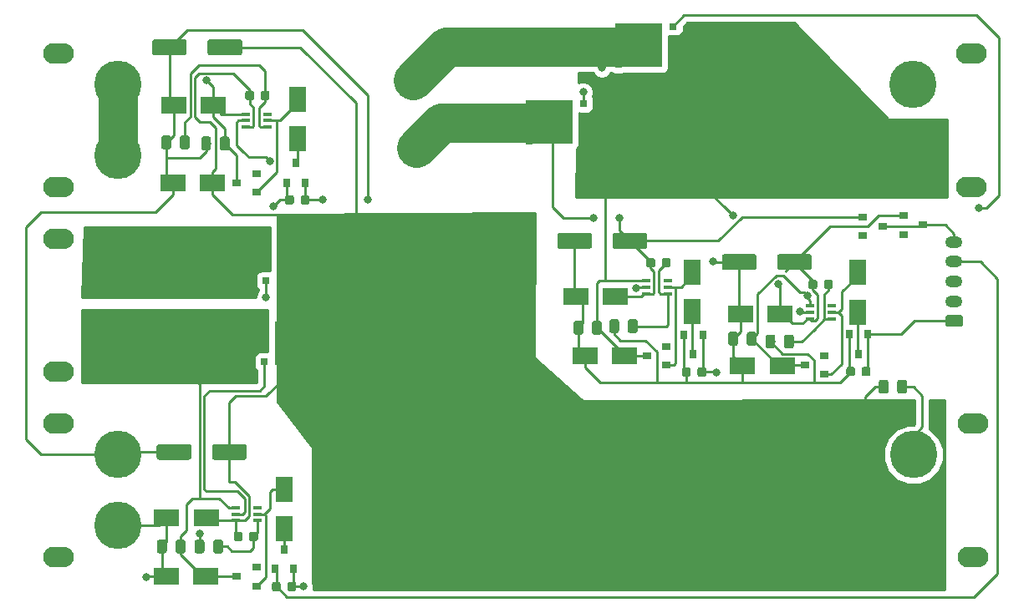
<source format=gbr>
G04 #@! TF.GenerationSoftware,KiCad,Pcbnew,5.0.1*
G04 #@! TF.CreationDate,2019-04-07T22:06:23+02:00*
G04 #@! TF.ProjectId,ppboard,7070626F6172642E6B696361645F7063,rev?*
G04 #@! TF.SameCoordinates,Original*
G04 #@! TF.FileFunction,Copper,L1,Top,Signal*
G04 #@! TF.FilePolarity,Positive*
%FSLAX46Y46*%
G04 Gerber Fmt 4.6, Leading zero omitted, Abs format (unit mm)*
G04 Created by KiCad (PCBNEW 5.0.1) date Sun Apr  7 22:06:23 2019*
%MOMM*%
%LPD*%
G01*
G04 APERTURE LIST*
G04 #@! TA.AperFunction,SMDPad,CuDef*
%ADD10R,4.290000X4.500000*%
G04 #@! TD*
G04 #@! TA.AperFunction,SMDPad,CuDef*
%ADD11R,0.800000X0.700000*%
G04 #@! TD*
G04 #@! TA.AperFunction,SMDPad,CuDef*
%ADD12R,0.900000X0.400000*%
G04 #@! TD*
G04 #@! TA.AperFunction,Conductor*
%ADD13C,0.100000*%
G04 #@! TD*
G04 #@! TA.AperFunction,SMDPad,CuDef*
%ADD14C,0.875000*%
G04 #@! TD*
G04 #@! TA.AperFunction,SMDPad,CuDef*
%ADD15R,0.800000X0.900000*%
G04 #@! TD*
G04 #@! TA.AperFunction,SMDPad,CuDef*
%ADD16R,2.500000X1.800000*%
G04 #@! TD*
G04 #@! TA.AperFunction,SMDPad,CuDef*
%ADD17C,1.600000*%
G04 #@! TD*
G04 #@! TA.AperFunction,SMDPad,CuDef*
%ADD18C,0.975000*%
G04 #@! TD*
G04 #@! TA.AperFunction,ComponentPad*
%ADD19C,4.800000*%
G04 #@! TD*
G04 #@! TA.AperFunction,ComponentPad*
%ADD20O,3.100000X2.100000*%
G04 #@! TD*
G04 #@! TA.AperFunction,ComponentPad*
%ADD21C,0.600000*%
G04 #@! TD*
G04 #@! TA.AperFunction,SMDPad,CuDef*
%ADD22R,1.800000X2.500000*%
G04 #@! TD*
G04 #@! TA.AperFunction,ComponentPad*
%ADD23C,1.200000*%
G04 #@! TD*
G04 #@! TA.AperFunction,ComponentPad*
%ADD24O,1.750000X1.200000*%
G04 #@! TD*
G04 #@! TA.AperFunction,SMDPad,CuDef*
%ADD25R,0.900000X0.800000*%
G04 #@! TD*
G04 #@! TA.AperFunction,ViaPad*
%ADD26C,0.800000*%
G04 #@! TD*
G04 #@! TA.AperFunction,Conductor*
%ADD27C,4.000000*%
G04 #@! TD*
G04 #@! TA.AperFunction,Conductor*
%ADD28C,0.250000*%
G04 #@! TD*
G04 #@! TA.AperFunction,Conductor*
%ADD29C,0.254000*%
G04 #@! TD*
G04 APERTURE END LIST*
D10*
G04 #@! TO.P,Q3,5*
G04 #@! TO.N,OUT+*
X120275000Y-60600000D03*
D11*
X122525000Y-58690000D03*
X122525000Y-59960000D03*
X122525000Y-61240000D03*
X122525000Y-62510000D03*
G04 #@! TO.P,Q3,4*
G04 #@! TO.N,Net-(Q3-Pad4)*
X117025000Y-62510000D03*
G04 #@! TO.P,Q3,3*
G04 #@! TO.N,BAT2+*
X117025000Y-61240000D03*
G04 #@! TO.P,Q3,2*
X117025000Y-59960000D03*
G04 #@! TO.P,Q3,1*
X117025000Y-58690000D03*
G04 #@! TD*
G04 #@! TO.P,Q4,1*
G04 #@! TO.N,CHRG+*
X158250000Y-40560000D03*
G04 #@! TO.P,Q4,2*
X158250000Y-39290000D03*
G04 #@! TO.P,Q4,3*
X158250000Y-38010000D03*
G04 #@! TO.P,Q4,4*
G04 #@! TO.N,Net-(Q4-Pad4)*
X158250000Y-36740000D03*
G04 #@! TO.P,Q4,5*
G04 #@! TO.N,BAT2+*
X152750000Y-36740000D03*
X152750000Y-38010000D03*
X152750000Y-39290000D03*
X152750000Y-40560000D03*
D10*
X155000000Y-38650000D03*
G04 #@! TD*
D11*
G04 #@! TO.P,Q1,1*
G04 #@! TO.N,BAT1+*
X116825000Y-66915000D03*
G04 #@! TO.P,Q1,2*
X116825000Y-68185000D03*
G04 #@! TO.P,Q1,3*
X116825000Y-69465000D03*
G04 #@! TO.P,Q1,4*
G04 #@! TO.N,Net-(Q1-Pad4)*
X116825000Y-70735000D03*
G04 #@! TO.P,Q1,5*
G04 #@! TO.N,OUT+*
X122325000Y-70735000D03*
X122325000Y-69465000D03*
X122325000Y-68185000D03*
X122325000Y-66915000D03*
D10*
X120075000Y-68825000D03*
G04 #@! TD*
G04 #@! TO.P,Q2,5*
G04 #@! TO.N,BAT1+*
X145925000Y-46450000D03*
D11*
X143675000Y-48360000D03*
X143675000Y-47090000D03*
X143675000Y-45810000D03*
X143675000Y-44540000D03*
G04 #@! TO.P,Q2,4*
G04 #@! TO.N,Net-(Q2-Pad4)*
X149175000Y-44540000D03*
G04 #@! TO.P,Q2,3*
G04 #@! TO.N,CHRG+*
X149175000Y-45810000D03*
G04 #@! TO.P,Q2,2*
X149175000Y-47090000D03*
G04 #@! TO.P,Q2,1*
X149175000Y-48360000D03*
G04 #@! TD*
D12*
G04 #@! TO.P,U1,1*
G04 #@! TO.N,Net-(C6-Pad1)*
X116140000Y-86824000D03*
G04 #@! TO.P,U1,3*
G04 #@! TO.N,Net-(U1-Pad3)*
X116140000Y-85524000D03*
G04 #@! TO.P,U1,5*
G04 #@! TO.N,Net-(Q1-Pad4)*
X113940000Y-86174000D03*
G04 #@! TO.P,U1,2*
G04 #@! TO.N,Net-(D13-Pad2)*
X116140000Y-86174000D03*
G04 #@! TO.P,U1,4*
G04 #@! TO.N,BAT1+*
X113940000Y-85524000D03*
G04 #@! TO.P,U1,6*
G04 #@! TO.N,OUT+*
X113940000Y-86824000D03*
G04 #@! TD*
D13*
G04 #@! TO.N,SW1*
G04 #@! TO.C,R6*
G36*
X118302691Y-93050053D02*
X118323926Y-93053203D01*
X118344750Y-93058419D01*
X118364962Y-93065651D01*
X118384368Y-93074830D01*
X118402781Y-93085866D01*
X118420024Y-93098654D01*
X118435930Y-93113070D01*
X118450346Y-93128976D01*
X118463134Y-93146219D01*
X118474170Y-93164632D01*
X118483349Y-93184038D01*
X118490581Y-93204250D01*
X118495797Y-93225074D01*
X118498947Y-93246309D01*
X118500000Y-93267750D01*
X118500000Y-93780250D01*
X118498947Y-93801691D01*
X118495797Y-93822926D01*
X118490581Y-93843750D01*
X118483349Y-93863962D01*
X118474170Y-93883368D01*
X118463134Y-93901781D01*
X118450346Y-93919024D01*
X118435930Y-93934930D01*
X118420024Y-93949346D01*
X118402781Y-93962134D01*
X118384368Y-93973170D01*
X118364962Y-93982349D01*
X118344750Y-93989581D01*
X118323926Y-93994797D01*
X118302691Y-93997947D01*
X118281250Y-93999000D01*
X117843750Y-93999000D01*
X117822309Y-93997947D01*
X117801074Y-93994797D01*
X117780250Y-93989581D01*
X117760038Y-93982349D01*
X117740632Y-93973170D01*
X117722219Y-93962134D01*
X117704976Y-93949346D01*
X117689070Y-93934930D01*
X117674654Y-93919024D01*
X117661866Y-93901781D01*
X117650830Y-93883368D01*
X117641651Y-93863962D01*
X117634419Y-93843750D01*
X117629203Y-93822926D01*
X117626053Y-93801691D01*
X117625000Y-93780250D01*
X117625000Y-93267750D01*
X117626053Y-93246309D01*
X117629203Y-93225074D01*
X117634419Y-93204250D01*
X117641651Y-93184038D01*
X117650830Y-93164632D01*
X117661866Y-93146219D01*
X117674654Y-93128976D01*
X117689070Y-93113070D01*
X117704976Y-93098654D01*
X117722219Y-93085866D01*
X117740632Y-93074830D01*
X117760038Y-93065651D01*
X117780250Y-93058419D01*
X117801074Y-93053203D01*
X117822309Y-93050053D01*
X117843750Y-93049000D01*
X118281250Y-93049000D01*
X118302691Y-93050053D01*
X118302691Y-93050053D01*
G37*
D14*
G04 #@! TD*
G04 #@! TO.P,R6,1*
G04 #@! TO.N,SW1*
X118062500Y-93524000D03*
D13*
G04 #@! TO.N,BAT1_D-*
G04 #@! TO.C,R6*
G36*
X119877691Y-93050053D02*
X119898926Y-93053203D01*
X119919750Y-93058419D01*
X119939962Y-93065651D01*
X119959368Y-93074830D01*
X119977781Y-93085866D01*
X119995024Y-93098654D01*
X120010930Y-93113070D01*
X120025346Y-93128976D01*
X120038134Y-93146219D01*
X120049170Y-93164632D01*
X120058349Y-93184038D01*
X120065581Y-93204250D01*
X120070797Y-93225074D01*
X120073947Y-93246309D01*
X120075000Y-93267750D01*
X120075000Y-93780250D01*
X120073947Y-93801691D01*
X120070797Y-93822926D01*
X120065581Y-93843750D01*
X120058349Y-93863962D01*
X120049170Y-93883368D01*
X120038134Y-93901781D01*
X120025346Y-93919024D01*
X120010930Y-93934930D01*
X119995024Y-93949346D01*
X119977781Y-93962134D01*
X119959368Y-93973170D01*
X119939962Y-93982349D01*
X119919750Y-93989581D01*
X119898926Y-93994797D01*
X119877691Y-93997947D01*
X119856250Y-93999000D01*
X119418750Y-93999000D01*
X119397309Y-93997947D01*
X119376074Y-93994797D01*
X119355250Y-93989581D01*
X119335038Y-93982349D01*
X119315632Y-93973170D01*
X119297219Y-93962134D01*
X119279976Y-93949346D01*
X119264070Y-93934930D01*
X119249654Y-93919024D01*
X119236866Y-93901781D01*
X119225830Y-93883368D01*
X119216651Y-93863962D01*
X119209419Y-93843750D01*
X119204203Y-93822926D01*
X119201053Y-93801691D01*
X119200000Y-93780250D01*
X119200000Y-93267750D01*
X119201053Y-93246309D01*
X119204203Y-93225074D01*
X119209419Y-93204250D01*
X119216651Y-93184038D01*
X119225830Y-93164632D01*
X119236866Y-93146219D01*
X119249654Y-93128976D01*
X119264070Y-93113070D01*
X119279976Y-93098654D01*
X119297219Y-93085866D01*
X119315632Y-93074830D01*
X119335038Y-93065651D01*
X119355250Y-93058419D01*
X119376074Y-93053203D01*
X119397309Y-93050053D01*
X119418750Y-93049000D01*
X119856250Y-93049000D01*
X119877691Y-93050053D01*
X119877691Y-93050053D01*
G37*
D14*
G04 #@! TD*
G04 #@! TO.P,R6,2*
G04 #@! TO.N,BAT1_D-*
X119637500Y-93524000D03*
D15*
G04 #@! TO.P,Q8,3*
G04 #@! TO.N,Net-(D16-Pad1)*
X177025000Y-69950000D03*
G04 #@! TO.P,Q8,2*
G04 #@! TO.N,BAT1_C-*
X176075000Y-67950000D03*
G04 #@! TO.P,Q8,1*
G04 #@! TO.N,SW4*
X177975000Y-67950000D03*
G04 #@! TD*
D16*
G04 #@! TO.P,D12,2*
G04 #@! TO.N,BAT1_C-*
X165100000Y-65925000D03*
G04 #@! TO.P,D12,1*
G04 #@! TO.N,BAT2+*
X169100000Y-65925000D03*
G04 #@! TD*
G04 #@! TO.P,D8,2*
G04 #@! TO.N,BAT1_C-*
X165300000Y-71150000D03*
G04 #@! TO.P,D8,1*
G04 #@! TO.N,CHRG+*
X169300000Y-71150000D03*
G04 #@! TD*
D13*
G04 #@! TO.N,Net-(C12-Pad1)*
G04 #@! TO.C,R4*
G36*
X174227691Y-62426053D02*
X174248926Y-62429203D01*
X174269750Y-62434419D01*
X174289962Y-62441651D01*
X174309368Y-62450830D01*
X174327781Y-62461866D01*
X174345024Y-62474654D01*
X174360930Y-62489070D01*
X174375346Y-62504976D01*
X174388134Y-62522219D01*
X174399170Y-62540632D01*
X174408349Y-62560038D01*
X174415581Y-62580250D01*
X174420797Y-62601074D01*
X174423947Y-62622309D01*
X174425000Y-62643750D01*
X174425000Y-63156250D01*
X174423947Y-63177691D01*
X174420797Y-63198926D01*
X174415581Y-63219750D01*
X174408349Y-63239962D01*
X174399170Y-63259368D01*
X174388134Y-63277781D01*
X174375346Y-63295024D01*
X174360930Y-63310930D01*
X174345024Y-63325346D01*
X174327781Y-63338134D01*
X174309368Y-63349170D01*
X174289962Y-63358349D01*
X174269750Y-63365581D01*
X174248926Y-63370797D01*
X174227691Y-63373947D01*
X174206250Y-63375000D01*
X173768750Y-63375000D01*
X173747309Y-63373947D01*
X173726074Y-63370797D01*
X173705250Y-63365581D01*
X173685038Y-63358349D01*
X173665632Y-63349170D01*
X173647219Y-63338134D01*
X173629976Y-63325346D01*
X173614070Y-63310930D01*
X173599654Y-63295024D01*
X173586866Y-63277781D01*
X173575830Y-63259368D01*
X173566651Y-63239962D01*
X173559419Y-63219750D01*
X173554203Y-63198926D01*
X173551053Y-63177691D01*
X173550000Y-63156250D01*
X173550000Y-62643750D01*
X173551053Y-62622309D01*
X173554203Y-62601074D01*
X173559419Y-62580250D01*
X173566651Y-62560038D01*
X173575830Y-62540632D01*
X173586866Y-62522219D01*
X173599654Y-62504976D01*
X173614070Y-62489070D01*
X173629976Y-62474654D01*
X173647219Y-62461866D01*
X173665632Y-62450830D01*
X173685038Y-62441651D01*
X173705250Y-62434419D01*
X173726074Y-62429203D01*
X173747309Y-62426053D01*
X173768750Y-62425000D01*
X174206250Y-62425000D01*
X174227691Y-62426053D01*
X174227691Y-62426053D01*
G37*
D14*
G04 #@! TD*
G04 #@! TO.P,R4,1*
G04 #@! TO.N,Net-(C12-Pad1)*
X173987500Y-62900000D03*
D13*
G04 #@! TO.N,BAT2+*
G04 #@! TO.C,R4*
G36*
X172652691Y-62426053D02*
X172673926Y-62429203D01*
X172694750Y-62434419D01*
X172714962Y-62441651D01*
X172734368Y-62450830D01*
X172752781Y-62461866D01*
X172770024Y-62474654D01*
X172785930Y-62489070D01*
X172800346Y-62504976D01*
X172813134Y-62522219D01*
X172824170Y-62540632D01*
X172833349Y-62560038D01*
X172840581Y-62580250D01*
X172845797Y-62601074D01*
X172848947Y-62622309D01*
X172850000Y-62643750D01*
X172850000Y-63156250D01*
X172848947Y-63177691D01*
X172845797Y-63198926D01*
X172840581Y-63219750D01*
X172833349Y-63239962D01*
X172824170Y-63259368D01*
X172813134Y-63277781D01*
X172800346Y-63295024D01*
X172785930Y-63310930D01*
X172770024Y-63325346D01*
X172752781Y-63338134D01*
X172734368Y-63349170D01*
X172714962Y-63358349D01*
X172694750Y-63365581D01*
X172673926Y-63370797D01*
X172652691Y-63373947D01*
X172631250Y-63375000D01*
X172193750Y-63375000D01*
X172172309Y-63373947D01*
X172151074Y-63370797D01*
X172130250Y-63365581D01*
X172110038Y-63358349D01*
X172090632Y-63349170D01*
X172072219Y-63338134D01*
X172054976Y-63325346D01*
X172039070Y-63310930D01*
X172024654Y-63295024D01*
X172011866Y-63277781D01*
X172000830Y-63259368D01*
X171991651Y-63239962D01*
X171984419Y-63219750D01*
X171979203Y-63198926D01*
X171976053Y-63177691D01*
X171975000Y-63156250D01*
X171975000Y-62643750D01*
X171976053Y-62622309D01*
X171979203Y-62601074D01*
X171984419Y-62580250D01*
X171991651Y-62560038D01*
X172000830Y-62540632D01*
X172011866Y-62522219D01*
X172024654Y-62504976D01*
X172039070Y-62489070D01*
X172054976Y-62474654D01*
X172072219Y-62461866D01*
X172090632Y-62450830D01*
X172110038Y-62441651D01*
X172130250Y-62434419D01*
X172151074Y-62429203D01*
X172172309Y-62426053D01*
X172193750Y-62425000D01*
X172631250Y-62425000D01*
X172652691Y-62426053D01*
X172652691Y-62426053D01*
G37*
D14*
G04 #@! TD*
G04 #@! TO.P,R4,2*
G04 #@! TO.N,BAT2+*
X172412500Y-62900000D03*
D13*
G04 #@! TO.N,BAT1_C-*
G04 #@! TO.C,C10*
G36*
X166474504Y-59826204D02*
X166498773Y-59829804D01*
X166522571Y-59835765D01*
X166545671Y-59844030D01*
X166567849Y-59854520D01*
X166588893Y-59867133D01*
X166608598Y-59881747D01*
X166626777Y-59898223D01*
X166643253Y-59916402D01*
X166657867Y-59936107D01*
X166670480Y-59957151D01*
X166680970Y-59979329D01*
X166689235Y-60002429D01*
X166695196Y-60026227D01*
X166698796Y-60050496D01*
X166700000Y-60075000D01*
X166700000Y-61175000D01*
X166698796Y-61199504D01*
X166695196Y-61223773D01*
X166689235Y-61247571D01*
X166680970Y-61270671D01*
X166670480Y-61292849D01*
X166657867Y-61313893D01*
X166643253Y-61333598D01*
X166626777Y-61351777D01*
X166608598Y-61368253D01*
X166588893Y-61382867D01*
X166567849Y-61395480D01*
X166545671Y-61405970D01*
X166522571Y-61414235D01*
X166498773Y-61420196D01*
X166474504Y-61423796D01*
X166450000Y-61425000D01*
X163450000Y-61425000D01*
X163425496Y-61423796D01*
X163401227Y-61420196D01*
X163377429Y-61414235D01*
X163354329Y-61405970D01*
X163332151Y-61395480D01*
X163311107Y-61382867D01*
X163291402Y-61368253D01*
X163273223Y-61351777D01*
X163256747Y-61333598D01*
X163242133Y-61313893D01*
X163229520Y-61292849D01*
X163219030Y-61270671D01*
X163210765Y-61247571D01*
X163204804Y-61223773D01*
X163201204Y-61199504D01*
X163200000Y-61175000D01*
X163200000Y-60075000D01*
X163201204Y-60050496D01*
X163204804Y-60026227D01*
X163210765Y-60002429D01*
X163219030Y-59979329D01*
X163229520Y-59957151D01*
X163242133Y-59936107D01*
X163256747Y-59916402D01*
X163273223Y-59898223D01*
X163291402Y-59881747D01*
X163311107Y-59867133D01*
X163332151Y-59854520D01*
X163354329Y-59844030D01*
X163377429Y-59835765D01*
X163401227Y-59829804D01*
X163425496Y-59826204D01*
X163450000Y-59825000D01*
X166450000Y-59825000D01*
X166474504Y-59826204D01*
X166474504Y-59826204D01*
G37*
D17*
G04 #@! TD*
G04 #@! TO.P,C10,2*
G04 #@! TO.N,BAT1_C-*
X164950000Y-60625000D03*
D13*
G04 #@! TO.N,BAT2+*
G04 #@! TO.C,C10*
G36*
X172074504Y-59826204D02*
X172098773Y-59829804D01*
X172122571Y-59835765D01*
X172145671Y-59844030D01*
X172167849Y-59854520D01*
X172188893Y-59867133D01*
X172208598Y-59881747D01*
X172226777Y-59898223D01*
X172243253Y-59916402D01*
X172257867Y-59936107D01*
X172270480Y-59957151D01*
X172280970Y-59979329D01*
X172289235Y-60002429D01*
X172295196Y-60026227D01*
X172298796Y-60050496D01*
X172300000Y-60075000D01*
X172300000Y-61175000D01*
X172298796Y-61199504D01*
X172295196Y-61223773D01*
X172289235Y-61247571D01*
X172280970Y-61270671D01*
X172270480Y-61292849D01*
X172257867Y-61313893D01*
X172243253Y-61333598D01*
X172226777Y-61351777D01*
X172208598Y-61368253D01*
X172188893Y-61382867D01*
X172167849Y-61395480D01*
X172145671Y-61405970D01*
X172122571Y-61414235D01*
X172098773Y-61420196D01*
X172074504Y-61423796D01*
X172050000Y-61425000D01*
X169050000Y-61425000D01*
X169025496Y-61423796D01*
X169001227Y-61420196D01*
X168977429Y-61414235D01*
X168954329Y-61405970D01*
X168932151Y-61395480D01*
X168911107Y-61382867D01*
X168891402Y-61368253D01*
X168873223Y-61351777D01*
X168856747Y-61333598D01*
X168842133Y-61313893D01*
X168829520Y-61292849D01*
X168819030Y-61270671D01*
X168810765Y-61247571D01*
X168804804Y-61223773D01*
X168801204Y-61199504D01*
X168800000Y-61175000D01*
X168800000Y-60075000D01*
X168801204Y-60050496D01*
X168804804Y-60026227D01*
X168810765Y-60002429D01*
X168819030Y-59979329D01*
X168829520Y-59957151D01*
X168842133Y-59936107D01*
X168856747Y-59916402D01*
X168873223Y-59898223D01*
X168891402Y-59881747D01*
X168911107Y-59867133D01*
X168932151Y-59854520D01*
X168954329Y-59844030D01*
X168977429Y-59835765D01*
X169001227Y-59829804D01*
X169025496Y-59826204D01*
X169050000Y-59825000D01*
X172050000Y-59825000D01*
X172074504Y-59826204D01*
X172074504Y-59826204D01*
G37*
D17*
G04 #@! TD*
G04 #@! TO.P,C10,1*
G04 #@! TO.N,BAT2+*
X170550000Y-60625000D03*
D13*
G04 #@! TO.N,Net-(C12-Pad1)*
G04 #@! TO.C,C12*
G36*
X170255142Y-67976174D02*
X170278803Y-67979684D01*
X170302007Y-67985496D01*
X170324529Y-67993554D01*
X170346153Y-68003782D01*
X170366670Y-68016079D01*
X170385883Y-68030329D01*
X170403607Y-68046393D01*
X170419671Y-68064117D01*
X170433921Y-68083330D01*
X170446218Y-68103847D01*
X170456446Y-68125471D01*
X170464504Y-68147993D01*
X170470316Y-68171197D01*
X170473826Y-68194858D01*
X170475000Y-68218750D01*
X170475000Y-69131250D01*
X170473826Y-69155142D01*
X170470316Y-69178803D01*
X170464504Y-69202007D01*
X170456446Y-69224529D01*
X170446218Y-69246153D01*
X170433921Y-69266670D01*
X170419671Y-69285883D01*
X170403607Y-69303607D01*
X170385883Y-69319671D01*
X170366670Y-69333921D01*
X170346153Y-69346218D01*
X170324529Y-69356446D01*
X170302007Y-69364504D01*
X170278803Y-69370316D01*
X170255142Y-69373826D01*
X170231250Y-69375000D01*
X169743750Y-69375000D01*
X169719858Y-69373826D01*
X169696197Y-69370316D01*
X169672993Y-69364504D01*
X169650471Y-69356446D01*
X169628847Y-69346218D01*
X169608330Y-69333921D01*
X169589117Y-69319671D01*
X169571393Y-69303607D01*
X169555329Y-69285883D01*
X169541079Y-69266670D01*
X169528782Y-69246153D01*
X169518554Y-69224529D01*
X169510496Y-69202007D01*
X169504684Y-69178803D01*
X169501174Y-69155142D01*
X169500000Y-69131250D01*
X169500000Y-68218750D01*
X169501174Y-68194858D01*
X169504684Y-68171197D01*
X169510496Y-68147993D01*
X169518554Y-68125471D01*
X169528782Y-68103847D01*
X169541079Y-68083330D01*
X169555329Y-68064117D01*
X169571393Y-68046393D01*
X169589117Y-68030329D01*
X169608330Y-68016079D01*
X169628847Y-68003782D01*
X169650471Y-67993554D01*
X169672993Y-67985496D01*
X169696197Y-67979684D01*
X169719858Y-67976174D01*
X169743750Y-67975000D01*
X170231250Y-67975000D01*
X170255142Y-67976174D01*
X170255142Y-67976174D01*
G37*
D18*
G04 #@! TD*
G04 #@! TO.P,C12,1*
G04 #@! TO.N,Net-(C12-Pad1)*
X169987500Y-68675000D03*
D13*
G04 #@! TO.N,BAT1_C-*
G04 #@! TO.C,C12*
G36*
X168380142Y-67976174D02*
X168403803Y-67979684D01*
X168427007Y-67985496D01*
X168449529Y-67993554D01*
X168471153Y-68003782D01*
X168491670Y-68016079D01*
X168510883Y-68030329D01*
X168528607Y-68046393D01*
X168544671Y-68064117D01*
X168558921Y-68083330D01*
X168571218Y-68103847D01*
X168581446Y-68125471D01*
X168589504Y-68147993D01*
X168595316Y-68171197D01*
X168598826Y-68194858D01*
X168600000Y-68218750D01*
X168600000Y-69131250D01*
X168598826Y-69155142D01*
X168595316Y-69178803D01*
X168589504Y-69202007D01*
X168581446Y-69224529D01*
X168571218Y-69246153D01*
X168558921Y-69266670D01*
X168544671Y-69285883D01*
X168528607Y-69303607D01*
X168510883Y-69319671D01*
X168491670Y-69333921D01*
X168471153Y-69346218D01*
X168449529Y-69356446D01*
X168427007Y-69364504D01*
X168403803Y-69370316D01*
X168380142Y-69373826D01*
X168356250Y-69375000D01*
X167868750Y-69375000D01*
X167844858Y-69373826D01*
X167821197Y-69370316D01*
X167797993Y-69364504D01*
X167775471Y-69356446D01*
X167753847Y-69346218D01*
X167733330Y-69333921D01*
X167714117Y-69319671D01*
X167696393Y-69303607D01*
X167680329Y-69285883D01*
X167666079Y-69266670D01*
X167653782Y-69246153D01*
X167643554Y-69224529D01*
X167635496Y-69202007D01*
X167629684Y-69178803D01*
X167626174Y-69155142D01*
X167625000Y-69131250D01*
X167625000Y-68218750D01*
X167626174Y-68194858D01*
X167629684Y-68171197D01*
X167635496Y-68147993D01*
X167643554Y-68125471D01*
X167653782Y-68103847D01*
X167666079Y-68083330D01*
X167680329Y-68064117D01*
X167696393Y-68046393D01*
X167714117Y-68030329D01*
X167733330Y-68016079D01*
X167753847Y-68003782D01*
X167775471Y-67993554D01*
X167797993Y-67985496D01*
X167821197Y-67979684D01*
X167844858Y-67976174D01*
X167868750Y-67975000D01*
X168356250Y-67975000D01*
X168380142Y-67976174D01*
X168380142Y-67976174D01*
G37*
D18*
G04 #@! TD*
G04 #@! TO.P,C12,2*
G04 #@! TO.N,BAT1_C-*
X168112500Y-68675000D03*
D12*
G04 #@! TO.P,U4,6*
G04 #@! TO.N,BAT2+*
X172100000Y-66375000D03*
G04 #@! TO.P,U4,4*
G04 #@! TO.N,CHRG+*
X172100000Y-65075000D03*
G04 #@! TO.P,U4,2*
G04 #@! TO.N,Net-(D11-Pad2)*
X174300000Y-65725000D03*
G04 #@! TO.P,U4,5*
G04 #@! TO.N,Net-(Q4-Pad4)*
X172100000Y-65725000D03*
G04 #@! TO.P,U4,3*
G04 #@! TO.N,Net-(U4-Pad3)*
X174300000Y-65075000D03*
G04 #@! TO.P,U4,1*
G04 #@! TO.N,Net-(C12-Pad1)*
X174300000Y-66375000D03*
G04 #@! TD*
D13*
G04 #@! TO.N,CHRG+*
G04 #@! TO.C,C1*
G36*
X166480142Y-67701174D02*
X166503803Y-67704684D01*
X166527007Y-67710496D01*
X166549529Y-67718554D01*
X166571153Y-67728782D01*
X166591670Y-67741079D01*
X166610883Y-67755329D01*
X166628607Y-67771393D01*
X166644671Y-67789117D01*
X166658921Y-67808330D01*
X166671218Y-67828847D01*
X166681446Y-67850471D01*
X166689504Y-67872993D01*
X166695316Y-67896197D01*
X166698826Y-67919858D01*
X166700000Y-67943750D01*
X166700000Y-68856250D01*
X166698826Y-68880142D01*
X166695316Y-68903803D01*
X166689504Y-68927007D01*
X166681446Y-68949529D01*
X166671218Y-68971153D01*
X166658921Y-68991670D01*
X166644671Y-69010883D01*
X166628607Y-69028607D01*
X166610883Y-69044671D01*
X166591670Y-69058921D01*
X166571153Y-69071218D01*
X166549529Y-69081446D01*
X166527007Y-69089504D01*
X166503803Y-69095316D01*
X166480142Y-69098826D01*
X166456250Y-69100000D01*
X165968750Y-69100000D01*
X165944858Y-69098826D01*
X165921197Y-69095316D01*
X165897993Y-69089504D01*
X165875471Y-69081446D01*
X165853847Y-69071218D01*
X165833330Y-69058921D01*
X165814117Y-69044671D01*
X165796393Y-69028607D01*
X165780329Y-69010883D01*
X165766079Y-68991670D01*
X165753782Y-68971153D01*
X165743554Y-68949529D01*
X165735496Y-68927007D01*
X165729684Y-68903803D01*
X165726174Y-68880142D01*
X165725000Y-68856250D01*
X165725000Y-67943750D01*
X165726174Y-67919858D01*
X165729684Y-67896197D01*
X165735496Y-67872993D01*
X165743554Y-67850471D01*
X165753782Y-67828847D01*
X165766079Y-67808330D01*
X165780329Y-67789117D01*
X165796393Y-67771393D01*
X165814117Y-67755329D01*
X165833330Y-67741079D01*
X165853847Y-67728782D01*
X165875471Y-67718554D01*
X165897993Y-67710496D01*
X165921197Y-67704684D01*
X165944858Y-67701174D01*
X165968750Y-67700000D01*
X166456250Y-67700000D01*
X166480142Y-67701174D01*
X166480142Y-67701174D01*
G37*
D18*
G04 #@! TD*
G04 #@! TO.P,C1,2*
G04 #@! TO.N,CHRG+*
X166212500Y-68400000D03*
D13*
G04 #@! TO.N,BAT1_C-*
G04 #@! TO.C,C1*
G36*
X164605142Y-67701174D02*
X164628803Y-67704684D01*
X164652007Y-67710496D01*
X164674529Y-67718554D01*
X164696153Y-67728782D01*
X164716670Y-67741079D01*
X164735883Y-67755329D01*
X164753607Y-67771393D01*
X164769671Y-67789117D01*
X164783921Y-67808330D01*
X164796218Y-67828847D01*
X164806446Y-67850471D01*
X164814504Y-67872993D01*
X164820316Y-67896197D01*
X164823826Y-67919858D01*
X164825000Y-67943750D01*
X164825000Y-68856250D01*
X164823826Y-68880142D01*
X164820316Y-68903803D01*
X164814504Y-68927007D01*
X164806446Y-68949529D01*
X164796218Y-68971153D01*
X164783921Y-68991670D01*
X164769671Y-69010883D01*
X164753607Y-69028607D01*
X164735883Y-69044671D01*
X164716670Y-69058921D01*
X164696153Y-69071218D01*
X164674529Y-69081446D01*
X164652007Y-69089504D01*
X164628803Y-69095316D01*
X164605142Y-69098826D01*
X164581250Y-69100000D01*
X164093750Y-69100000D01*
X164069858Y-69098826D01*
X164046197Y-69095316D01*
X164022993Y-69089504D01*
X164000471Y-69081446D01*
X163978847Y-69071218D01*
X163958330Y-69058921D01*
X163939117Y-69044671D01*
X163921393Y-69028607D01*
X163905329Y-69010883D01*
X163891079Y-68991670D01*
X163878782Y-68971153D01*
X163868554Y-68949529D01*
X163860496Y-68927007D01*
X163854684Y-68903803D01*
X163851174Y-68880142D01*
X163850000Y-68856250D01*
X163850000Y-67943750D01*
X163851174Y-67919858D01*
X163854684Y-67896197D01*
X163860496Y-67872993D01*
X163868554Y-67850471D01*
X163878782Y-67828847D01*
X163891079Y-67808330D01*
X163905329Y-67789117D01*
X163921393Y-67771393D01*
X163939117Y-67755329D01*
X163958330Y-67741079D01*
X163978847Y-67728782D01*
X164000471Y-67718554D01*
X164022993Y-67710496D01*
X164046197Y-67704684D01*
X164069858Y-67701174D01*
X164093750Y-67700000D01*
X164581250Y-67700000D01*
X164605142Y-67701174D01*
X164605142Y-67701174D01*
G37*
D18*
G04 #@! TD*
G04 #@! TO.P,C1,1*
G04 #@! TO.N,BAT1_C-*
X164337500Y-68400000D03*
D13*
G04 #@! TO.N,BAT1+*
G04 #@! TO.C,R1*
G36*
X156227691Y-60226053D02*
X156248926Y-60229203D01*
X156269750Y-60234419D01*
X156289962Y-60241651D01*
X156309368Y-60250830D01*
X156327781Y-60261866D01*
X156345024Y-60274654D01*
X156360930Y-60289070D01*
X156375346Y-60304976D01*
X156388134Y-60322219D01*
X156399170Y-60340632D01*
X156408349Y-60360038D01*
X156415581Y-60380250D01*
X156420797Y-60401074D01*
X156423947Y-60422309D01*
X156425000Y-60443750D01*
X156425000Y-60956250D01*
X156423947Y-60977691D01*
X156420797Y-60998926D01*
X156415581Y-61019750D01*
X156408349Y-61039962D01*
X156399170Y-61059368D01*
X156388134Y-61077781D01*
X156375346Y-61095024D01*
X156360930Y-61110930D01*
X156345024Y-61125346D01*
X156327781Y-61138134D01*
X156309368Y-61149170D01*
X156289962Y-61158349D01*
X156269750Y-61165581D01*
X156248926Y-61170797D01*
X156227691Y-61173947D01*
X156206250Y-61175000D01*
X155768750Y-61175000D01*
X155747309Y-61173947D01*
X155726074Y-61170797D01*
X155705250Y-61165581D01*
X155685038Y-61158349D01*
X155665632Y-61149170D01*
X155647219Y-61138134D01*
X155629976Y-61125346D01*
X155614070Y-61110930D01*
X155599654Y-61095024D01*
X155586866Y-61077781D01*
X155575830Y-61059368D01*
X155566651Y-61039962D01*
X155559419Y-61019750D01*
X155554203Y-60998926D01*
X155551053Y-60977691D01*
X155550000Y-60956250D01*
X155550000Y-60443750D01*
X155551053Y-60422309D01*
X155554203Y-60401074D01*
X155559419Y-60380250D01*
X155566651Y-60360038D01*
X155575830Y-60340632D01*
X155586866Y-60322219D01*
X155599654Y-60304976D01*
X155614070Y-60289070D01*
X155629976Y-60274654D01*
X155647219Y-60261866D01*
X155665632Y-60250830D01*
X155685038Y-60241651D01*
X155705250Y-60234419D01*
X155726074Y-60229203D01*
X155747309Y-60226053D01*
X155768750Y-60225000D01*
X156206250Y-60225000D01*
X156227691Y-60226053D01*
X156227691Y-60226053D01*
G37*
D14*
G04 #@! TD*
G04 #@! TO.P,R1,2*
G04 #@! TO.N,BAT1+*
X155987500Y-60700000D03*
D13*
G04 #@! TO.N,Net-(C5-Pad1)*
G04 #@! TO.C,R1*
G36*
X157802691Y-60226053D02*
X157823926Y-60229203D01*
X157844750Y-60234419D01*
X157864962Y-60241651D01*
X157884368Y-60250830D01*
X157902781Y-60261866D01*
X157920024Y-60274654D01*
X157935930Y-60289070D01*
X157950346Y-60304976D01*
X157963134Y-60322219D01*
X157974170Y-60340632D01*
X157983349Y-60360038D01*
X157990581Y-60380250D01*
X157995797Y-60401074D01*
X157998947Y-60422309D01*
X158000000Y-60443750D01*
X158000000Y-60956250D01*
X157998947Y-60977691D01*
X157995797Y-60998926D01*
X157990581Y-61019750D01*
X157983349Y-61039962D01*
X157974170Y-61059368D01*
X157963134Y-61077781D01*
X157950346Y-61095024D01*
X157935930Y-61110930D01*
X157920024Y-61125346D01*
X157902781Y-61138134D01*
X157884368Y-61149170D01*
X157864962Y-61158349D01*
X157844750Y-61165581D01*
X157823926Y-61170797D01*
X157802691Y-61173947D01*
X157781250Y-61175000D01*
X157343750Y-61175000D01*
X157322309Y-61173947D01*
X157301074Y-61170797D01*
X157280250Y-61165581D01*
X157260038Y-61158349D01*
X157240632Y-61149170D01*
X157222219Y-61138134D01*
X157204976Y-61125346D01*
X157189070Y-61110930D01*
X157174654Y-61095024D01*
X157161866Y-61077781D01*
X157150830Y-61059368D01*
X157141651Y-61039962D01*
X157134419Y-61019750D01*
X157129203Y-60998926D01*
X157126053Y-60977691D01*
X157125000Y-60956250D01*
X157125000Y-60443750D01*
X157126053Y-60422309D01*
X157129203Y-60401074D01*
X157134419Y-60380250D01*
X157141651Y-60360038D01*
X157150830Y-60340632D01*
X157161866Y-60322219D01*
X157174654Y-60304976D01*
X157189070Y-60289070D01*
X157204976Y-60274654D01*
X157222219Y-60261866D01*
X157240632Y-60250830D01*
X157260038Y-60241651D01*
X157280250Y-60234419D01*
X157301074Y-60229203D01*
X157322309Y-60226053D01*
X157343750Y-60225000D01*
X157781250Y-60225000D01*
X157802691Y-60226053D01*
X157802691Y-60226053D01*
G37*
D14*
G04 #@! TD*
G04 #@! TO.P,R1,1*
G04 #@! TO.N,Net-(C5-Pad1)*
X157562500Y-60700000D03*
D13*
G04 #@! TO.N,BAT1_C-*
G04 #@! TO.C,C3*
G36*
X149799504Y-57676204D02*
X149823773Y-57679804D01*
X149847571Y-57685765D01*
X149870671Y-57694030D01*
X149892849Y-57704520D01*
X149913893Y-57717133D01*
X149933598Y-57731747D01*
X149951777Y-57748223D01*
X149968253Y-57766402D01*
X149982867Y-57786107D01*
X149995480Y-57807151D01*
X150005970Y-57829329D01*
X150014235Y-57852429D01*
X150020196Y-57876227D01*
X150023796Y-57900496D01*
X150025000Y-57925000D01*
X150025000Y-59025000D01*
X150023796Y-59049504D01*
X150020196Y-59073773D01*
X150014235Y-59097571D01*
X150005970Y-59120671D01*
X149995480Y-59142849D01*
X149982867Y-59163893D01*
X149968253Y-59183598D01*
X149951777Y-59201777D01*
X149933598Y-59218253D01*
X149913893Y-59232867D01*
X149892849Y-59245480D01*
X149870671Y-59255970D01*
X149847571Y-59264235D01*
X149823773Y-59270196D01*
X149799504Y-59273796D01*
X149775000Y-59275000D01*
X146775000Y-59275000D01*
X146750496Y-59273796D01*
X146726227Y-59270196D01*
X146702429Y-59264235D01*
X146679329Y-59255970D01*
X146657151Y-59245480D01*
X146636107Y-59232867D01*
X146616402Y-59218253D01*
X146598223Y-59201777D01*
X146581747Y-59183598D01*
X146567133Y-59163893D01*
X146554520Y-59142849D01*
X146544030Y-59120671D01*
X146535765Y-59097571D01*
X146529804Y-59073773D01*
X146526204Y-59049504D01*
X146525000Y-59025000D01*
X146525000Y-57925000D01*
X146526204Y-57900496D01*
X146529804Y-57876227D01*
X146535765Y-57852429D01*
X146544030Y-57829329D01*
X146554520Y-57807151D01*
X146567133Y-57786107D01*
X146581747Y-57766402D01*
X146598223Y-57748223D01*
X146616402Y-57731747D01*
X146636107Y-57717133D01*
X146657151Y-57704520D01*
X146679329Y-57694030D01*
X146702429Y-57685765D01*
X146726227Y-57679804D01*
X146750496Y-57676204D01*
X146775000Y-57675000D01*
X149775000Y-57675000D01*
X149799504Y-57676204D01*
X149799504Y-57676204D01*
G37*
D17*
G04 #@! TD*
G04 #@! TO.P,C3,2*
G04 #@! TO.N,BAT1_C-*
X148275000Y-58475000D03*
D13*
G04 #@! TO.N,BAT1+*
G04 #@! TO.C,C3*
G36*
X155399504Y-57676204D02*
X155423773Y-57679804D01*
X155447571Y-57685765D01*
X155470671Y-57694030D01*
X155492849Y-57704520D01*
X155513893Y-57717133D01*
X155533598Y-57731747D01*
X155551777Y-57748223D01*
X155568253Y-57766402D01*
X155582867Y-57786107D01*
X155595480Y-57807151D01*
X155605970Y-57829329D01*
X155614235Y-57852429D01*
X155620196Y-57876227D01*
X155623796Y-57900496D01*
X155625000Y-57925000D01*
X155625000Y-59025000D01*
X155623796Y-59049504D01*
X155620196Y-59073773D01*
X155614235Y-59097571D01*
X155605970Y-59120671D01*
X155595480Y-59142849D01*
X155582867Y-59163893D01*
X155568253Y-59183598D01*
X155551777Y-59201777D01*
X155533598Y-59218253D01*
X155513893Y-59232867D01*
X155492849Y-59245480D01*
X155470671Y-59255970D01*
X155447571Y-59264235D01*
X155423773Y-59270196D01*
X155399504Y-59273796D01*
X155375000Y-59275000D01*
X152375000Y-59275000D01*
X152350496Y-59273796D01*
X152326227Y-59270196D01*
X152302429Y-59264235D01*
X152279329Y-59255970D01*
X152257151Y-59245480D01*
X152236107Y-59232867D01*
X152216402Y-59218253D01*
X152198223Y-59201777D01*
X152181747Y-59183598D01*
X152167133Y-59163893D01*
X152154520Y-59142849D01*
X152144030Y-59120671D01*
X152135765Y-59097571D01*
X152129804Y-59073773D01*
X152126204Y-59049504D01*
X152125000Y-59025000D01*
X152125000Y-57925000D01*
X152126204Y-57900496D01*
X152129804Y-57876227D01*
X152135765Y-57852429D01*
X152144030Y-57829329D01*
X152154520Y-57807151D01*
X152167133Y-57786107D01*
X152181747Y-57766402D01*
X152198223Y-57748223D01*
X152216402Y-57731747D01*
X152236107Y-57717133D01*
X152257151Y-57704520D01*
X152279329Y-57694030D01*
X152302429Y-57685765D01*
X152326227Y-57679804D01*
X152350496Y-57676204D01*
X152375000Y-57675000D01*
X155375000Y-57675000D01*
X155399504Y-57676204D01*
X155399504Y-57676204D01*
G37*
D17*
G04 #@! TD*
G04 #@! TO.P,C3,1*
G04 #@! TO.N,BAT1+*
X153875000Y-58475000D03*
D13*
G04 #@! TO.N,BAT1_D-*
G04 #@! TO.C,C9*
G36*
X108774504Y-38051204D02*
X108798773Y-38054804D01*
X108822571Y-38060765D01*
X108845671Y-38069030D01*
X108867849Y-38079520D01*
X108888893Y-38092133D01*
X108908598Y-38106747D01*
X108926777Y-38123223D01*
X108943253Y-38141402D01*
X108957867Y-38161107D01*
X108970480Y-38182151D01*
X108980970Y-38204329D01*
X108989235Y-38227429D01*
X108995196Y-38251227D01*
X108998796Y-38275496D01*
X109000000Y-38300000D01*
X109000000Y-39400000D01*
X108998796Y-39424504D01*
X108995196Y-39448773D01*
X108989235Y-39472571D01*
X108980970Y-39495671D01*
X108970480Y-39517849D01*
X108957867Y-39538893D01*
X108943253Y-39558598D01*
X108926777Y-39576777D01*
X108908598Y-39593253D01*
X108888893Y-39607867D01*
X108867849Y-39620480D01*
X108845671Y-39630970D01*
X108822571Y-39639235D01*
X108798773Y-39645196D01*
X108774504Y-39648796D01*
X108750000Y-39650000D01*
X105750000Y-39650000D01*
X105725496Y-39648796D01*
X105701227Y-39645196D01*
X105677429Y-39639235D01*
X105654329Y-39630970D01*
X105632151Y-39620480D01*
X105611107Y-39607867D01*
X105591402Y-39593253D01*
X105573223Y-39576777D01*
X105556747Y-39558598D01*
X105542133Y-39538893D01*
X105529520Y-39517849D01*
X105519030Y-39495671D01*
X105510765Y-39472571D01*
X105504804Y-39448773D01*
X105501204Y-39424504D01*
X105500000Y-39400000D01*
X105500000Y-38300000D01*
X105501204Y-38275496D01*
X105504804Y-38251227D01*
X105510765Y-38227429D01*
X105519030Y-38204329D01*
X105529520Y-38182151D01*
X105542133Y-38161107D01*
X105556747Y-38141402D01*
X105573223Y-38123223D01*
X105591402Y-38106747D01*
X105611107Y-38092133D01*
X105632151Y-38079520D01*
X105654329Y-38069030D01*
X105677429Y-38060765D01*
X105701227Y-38054804D01*
X105725496Y-38051204D01*
X105750000Y-38050000D01*
X108750000Y-38050000D01*
X108774504Y-38051204D01*
X108774504Y-38051204D01*
G37*
D17*
G04 #@! TD*
G04 #@! TO.P,C9,2*
G04 #@! TO.N,BAT1_D-*
X107250000Y-38850000D03*
D13*
G04 #@! TO.N,OUT+*
G04 #@! TO.C,C9*
G36*
X114374504Y-38051204D02*
X114398773Y-38054804D01*
X114422571Y-38060765D01*
X114445671Y-38069030D01*
X114467849Y-38079520D01*
X114488893Y-38092133D01*
X114508598Y-38106747D01*
X114526777Y-38123223D01*
X114543253Y-38141402D01*
X114557867Y-38161107D01*
X114570480Y-38182151D01*
X114580970Y-38204329D01*
X114589235Y-38227429D01*
X114595196Y-38251227D01*
X114598796Y-38275496D01*
X114600000Y-38300000D01*
X114600000Y-39400000D01*
X114598796Y-39424504D01*
X114595196Y-39448773D01*
X114589235Y-39472571D01*
X114580970Y-39495671D01*
X114570480Y-39517849D01*
X114557867Y-39538893D01*
X114543253Y-39558598D01*
X114526777Y-39576777D01*
X114508598Y-39593253D01*
X114488893Y-39607867D01*
X114467849Y-39620480D01*
X114445671Y-39630970D01*
X114422571Y-39639235D01*
X114398773Y-39645196D01*
X114374504Y-39648796D01*
X114350000Y-39650000D01*
X111350000Y-39650000D01*
X111325496Y-39648796D01*
X111301227Y-39645196D01*
X111277429Y-39639235D01*
X111254329Y-39630970D01*
X111232151Y-39620480D01*
X111211107Y-39607867D01*
X111191402Y-39593253D01*
X111173223Y-39576777D01*
X111156747Y-39558598D01*
X111142133Y-39538893D01*
X111129520Y-39517849D01*
X111119030Y-39495671D01*
X111110765Y-39472571D01*
X111104804Y-39448773D01*
X111101204Y-39424504D01*
X111100000Y-39400000D01*
X111100000Y-38300000D01*
X111101204Y-38275496D01*
X111104804Y-38251227D01*
X111110765Y-38227429D01*
X111119030Y-38204329D01*
X111129520Y-38182151D01*
X111142133Y-38161107D01*
X111156747Y-38141402D01*
X111173223Y-38123223D01*
X111191402Y-38106747D01*
X111211107Y-38092133D01*
X111232151Y-38079520D01*
X111254329Y-38069030D01*
X111277429Y-38060765D01*
X111301227Y-38054804D01*
X111325496Y-38051204D01*
X111350000Y-38050000D01*
X114350000Y-38050000D01*
X114374504Y-38051204D01*
X114374504Y-38051204D01*
G37*
D17*
G04 #@! TD*
G04 #@! TO.P,C9,1*
G04 #@! TO.N,OUT+*
X112850000Y-38850000D03*
D19*
G04 #@! TO.P,J2,2*
G04 #@! TO.N,BAT1+*
X102000000Y-68600000D03*
G04 #@! TO.P,J2,1*
G04 #@! TO.N,BAT2+*
X102000000Y-61400000D03*
D20*
G04 #@! TO.P,J2,*
G04 #@! TO.N,*
X96000000Y-58250000D03*
X96000000Y-71750000D03*
D21*
G04 #@! TO.P,J2,2*
G04 #@! TO.N,BAT1+*
X103900000Y-68600000D03*
X103344000Y-67257000D03*
X102000000Y-66700000D03*
X103344000Y-69944000D03*
X102000000Y-70500000D03*
X100656000Y-69944000D03*
X100100000Y-68600000D03*
X100656000Y-67257000D03*
G04 #@! TO.P,J2,1*
G04 #@! TO.N,BAT2+*
X102000000Y-63300000D03*
X103344000Y-62743000D03*
X103900000Y-61400000D03*
X103344000Y-60056000D03*
X102000000Y-59500000D03*
X100656000Y-60056000D03*
X100100000Y-61400000D03*
X100656000Y-62743000D03*
G04 #@! TD*
G04 #@! TO.P,J3,1*
G04 #@! TO.N,BAT1_D-*
X100656000Y-81493000D03*
X100100000Y-80150000D03*
X100656000Y-78806000D03*
X102000000Y-78250000D03*
X103344000Y-78806000D03*
X103900000Y-80150000D03*
X103344000Y-81493000D03*
X102000000Y-82050000D03*
G04 #@! TO.P,J3,2*
X100656000Y-86007000D03*
X100100000Y-87350000D03*
X100656000Y-88694000D03*
X102000000Y-89250000D03*
X103344000Y-88694000D03*
X102000000Y-85450000D03*
X103344000Y-86007000D03*
X103900000Y-87350000D03*
D20*
G04 #@! TO.P,J3,*
G04 #@! TO.N,*
X96000000Y-90500000D03*
X96000000Y-77000000D03*
D19*
G04 #@! TO.P,J3,1*
G04 #@! TO.N,BAT1_D-*
X102000000Y-80150000D03*
G04 #@! TO.P,J3,2*
X102000000Y-87350000D03*
G04 #@! TD*
G04 #@! TO.P,J1,2*
G04 #@! TO.N,BAT1_C-*
X102000000Y-49850000D03*
G04 #@! TO.P,J1,1*
X102000000Y-42650000D03*
D20*
G04 #@! TO.P,J1,*
G04 #@! TO.N,*
X96000000Y-39500000D03*
X96000000Y-53000000D03*
D21*
G04 #@! TO.P,J1,2*
G04 #@! TO.N,BAT1_C-*
X103900000Y-49850000D03*
X103344000Y-48507000D03*
X102000000Y-47950000D03*
X103344000Y-51194000D03*
X102000000Y-51750000D03*
X100656000Y-51194000D03*
X100100000Y-49850000D03*
X100656000Y-48507000D03*
G04 #@! TO.P,J1,1*
X102000000Y-44550000D03*
X103344000Y-43993000D03*
X103900000Y-42650000D03*
X103344000Y-41306000D03*
X102000000Y-40750000D03*
X100656000Y-41306000D03*
X100100000Y-42650000D03*
X100656000Y-43993000D03*
G04 #@! TD*
D19*
G04 #@! TO.P,J4,2*
G04 #@! TO.N,BAT1_C-*
X182500000Y-42650000D03*
G04 #@! TO.P,J4,1*
G04 #@! TO.N,CHRG+*
X182500000Y-49850000D03*
D20*
G04 #@! TO.P,J4,*
G04 #@! TO.N,*
X188500000Y-53000000D03*
X188500000Y-39500000D03*
D21*
G04 #@! TO.P,J4,2*
G04 #@! TO.N,BAT1_C-*
X180600000Y-42650000D03*
X181156000Y-43993000D03*
X182500000Y-44550000D03*
X181156000Y-41306000D03*
X182500000Y-40750000D03*
X183844000Y-41306000D03*
X184400000Y-42650000D03*
X183844000Y-43993000D03*
G04 #@! TO.P,J4,1*
G04 #@! TO.N,CHRG+*
X182500000Y-47950000D03*
X181156000Y-48507000D03*
X180600000Y-49850000D03*
X181156000Y-51194000D03*
X182500000Y-51750000D03*
X183844000Y-51194000D03*
X184400000Y-49850000D03*
X183844000Y-48507000D03*
G04 #@! TD*
G04 #@! TO.P,J5,1*
G04 #@! TO.N,OUT+*
X183944000Y-86007000D03*
X184500000Y-87350000D03*
X183944000Y-88694000D03*
X182600000Y-89250000D03*
X181256000Y-88694000D03*
X180700000Y-87350000D03*
X181256000Y-86007000D03*
X182600000Y-85450000D03*
G04 #@! TO.P,J5,2*
G04 #@! TO.N,BAT1_D-*
X183944000Y-81493000D03*
X184500000Y-80150000D03*
X183944000Y-78806000D03*
X182600000Y-78250000D03*
X181256000Y-78806000D03*
X182600000Y-82050000D03*
X181256000Y-81493000D03*
X180700000Y-80150000D03*
D20*
G04 #@! TO.P,J5,*
G04 #@! TO.N,*
X188600000Y-77000000D03*
X188600000Y-90500000D03*
D19*
G04 #@! TO.P,J5,1*
G04 #@! TO.N,OUT+*
X182600000Y-87350000D03*
G04 #@! TO.P,J5,2*
G04 #@! TO.N,BAT1_D-*
X182600000Y-80150000D03*
G04 #@! TD*
D13*
G04 #@! TO.N,BAT1_D-*
G04 #@! TO.C,C4*
G36*
X109226504Y-79075204D02*
X109250773Y-79078804D01*
X109274571Y-79084765D01*
X109297671Y-79093030D01*
X109319849Y-79103520D01*
X109340893Y-79116133D01*
X109360598Y-79130747D01*
X109378777Y-79147223D01*
X109395253Y-79165402D01*
X109409867Y-79185107D01*
X109422480Y-79206151D01*
X109432970Y-79228329D01*
X109441235Y-79251429D01*
X109447196Y-79275227D01*
X109450796Y-79299496D01*
X109452000Y-79324000D01*
X109452000Y-80424000D01*
X109450796Y-80448504D01*
X109447196Y-80472773D01*
X109441235Y-80496571D01*
X109432970Y-80519671D01*
X109422480Y-80541849D01*
X109409867Y-80562893D01*
X109395253Y-80582598D01*
X109378777Y-80600777D01*
X109360598Y-80617253D01*
X109340893Y-80631867D01*
X109319849Y-80644480D01*
X109297671Y-80654970D01*
X109274571Y-80663235D01*
X109250773Y-80669196D01*
X109226504Y-80672796D01*
X109202000Y-80674000D01*
X106202000Y-80674000D01*
X106177496Y-80672796D01*
X106153227Y-80669196D01*
X106129429Y-80663235D01*
X106106329Y-80654970D01*
X106084151Y-80644480D01*
X106063107Y-80631867D01*
X106043402Y-80617253D01*
X106025223Y-80600777D01*
X106008747Y-80582598D01*
X105994133Y-80562893D01*
X105981520Y-80541849D01*
X105971030Y-80519671D01*
X105962765Y-80496571D01*
X105956804Y-80472773D01*
X105953204Y-80448504D01*
X105952000Y-80424000D01*
X105952000Y-79324000D01*
X105953204Y-79299496D01*
X105956804Y-79275227D01*
X105962765Y-79251429D01*
X105971030Y-79228329D01*
X105981520Y-79206151D01*
X105994133Y-79185107D01*
X106008747Y-79165402D01*
X106025223Y-79147223D01*
X106043402Y-79130747D01*
X106063107Y-79116133D01*
X106084151Y-79103520D01*
X106106329Y-79093030D01*
X106129429Y-79084765D01*
X106153227Y-79078804D01*
X106177496Y-79075204D01*
X106202000Y-79074000D01*
X109202000Y-79074000D01*
X109226504Y-79075204D01*
X109226504Y-79075204D01*
G37*
D17*
G04 #@! TD*
G04 #@! TO.P,C4,2*
G04 #@! TO.N,BAT1_D-*
X107702000Y-79874000D03*
D13*
G04 #@! TO.N,OUT+*
G04 #@! TO.C,C4*
G36*
X114826504Y-79075204D02*
X114850773Y-79078804D01*
X114874571Y-79084765D01*
X114897671Y-79093030D01*
X114919849Y-79103520D01*
X114940893Y-79116133D01*
X114960598Y-79130747D01*
X114978777Y-79147223D01*
X114995253Y-79165402D01*
X115009867Y-79185107D01*
X115022480Y-79206151D01*
X115032970Y-79228329D01*
X115041235Y-79251429D01*
X115047196Y-79275227D01*
X115050796Y-79299496D01*
X115052000Y-79324000D01*
X115052000Y-80424000D01*
X115050796Y-80448504D01*
X115047196Y-80472773D01*
X115041235Y-80496571D01*
X115032970Y-80519671D01*
X115022480Y-80541849D01*
X115009867Y-80562893D01*
X114995253Y-80582598D01*
X114978777Y-80600777D01*
X114960598Y-80617253D01*
X114940893Y-80631867D01*
X114919849Y-80644480D01*
X114897671Y-80654970D01*
X114874571Y-80663235D01*
X114850773Y-80669196D01*
X114826504Y-80672796D01*
X114802000Y-80674000D01*
X111802000Y-80674000D01*
X111777496Y-80672796D01*
X111753227Y-80669196D01*
X111729429Y-80663235D01*
X111706329Y-80654970D01*
X111684151Y-80644480D01*
X111663107Y-80631867D01*
X111643402Y-80617253D01*
X111625223Y-80600777D01*
X111608747Y-80582598D01*
X111594133Y-80562893D01*
X111581520Y-80541849D01*
X111571030Y-80519671D01*
X111562765Y-80496571D01*
X111556804Y-80472773D01*
X111553204Y-80448504D01*
X111552000Y-80424000D01*
X111552000Y-79324000D01*
X111553204Y-79299496D01*
X111556804Y-79275227D01*
X111562765Y-79251429D01*
X111571030Y-79228329D01*
X111581520Y-79206151D01*
X111594133Y-79185107D01*
X111608747Y-79165402D01*
X111625223Y-79147223D01*
X111643402Y-79130747D01*
X111663107Y-79116133D01*
X111684151Y-79103520D01*
X111706329Y-79093030D01*
X111729429Y-79084765D01*
X111753227Y-79078804D01*
X111777496Y-79075204D01*
X111802000Y-79074000D01*
X114802000Y-79074000D01*
X114826504Y-79075204D01*
X114826504Y-79075204D01*
G37*
D17*
G04 #@! TD*
G04 #@! TO.P,C4,1*
G04 #@! TO.N,OUT+*
X113302000Y-79874000D03*
D13*
G04 #@! TO.N,OUT+*
G04 #@! TO.C,R2*
G36*
X114429191Y-87970053D02*
X114450426Y-87973203D01*
X114471250Y-87978419D01*
X114491462Y-87985651D01*
X114510868Y-87994830D01*
X114529281Y-88005866D01*
X114546524Y-88018654D01*
X114562430Y-88033070D01*
X114576846Y-88048976D01*
X114589634Y-88066219D01*
X114600670Y-88084632D01*
X114609849Y-88104038D01*
X114617081Y-88124250D01*
X114622297Y-88145074D01*
X114625447Y-88166309D01*
X114626500Y-88187750D01*
X114626500Y-88700250D01*
X114625447Y-88721691D01*
X114622297Y-88742926D01*
X114617081Y-88763750D01*
X114609849Y-88783962D01*
X114600670Y-88803368D01*
X114589634Y-88821781D01*
X114576846Y-88839024D01*
X114562430Y-88854930D01*
X114546524Y-88869346D01*
X114529281Y-88882134D01*
X114510868Y-88893170D01*
X114491462Y-88902349D01*
X114471250Y-88909581D01*
X114450426Y-88914797D01*
X114429191Y-88917947D01*
X114407750Y-88919000D01*
X113970250Y-88919000D01*
X113948809Y-88917947D01*
X113927574Y-88914797D01*
X113906750Y-88909581D01*
X113886538Y-88902349D01*
X113867132Y-88893170D01*
X113848719Y-88882134D01*
X113831476Y-88869346D01*
X113815570Y-88854930D01*
X113801154Y-88839024D01*
X113788366Y-88821781D01*
X113777330Y-88803368D01*
X113768151Y-88783962D01*
X113760919Y-88763750D01*
X113755703Y-88742926D01*
X113752553Y-88721691D01*
X113751500Y-88700250D01*
X113751500Y-88187750D01*
X113752553Y-88166309D01*
X113755703Y-88145074D01*
X113760919Y-88124250D01*
X113768151Y-88104038D01*
X113777330Y-88084632D01*
X113788366Y-88066219D01*
X113801154Y-88048976D01*
X113815570Y-88033070D01*
X113831476Y-88018654D01*
X113848719Y-88005866D01*
X113867132Y-87994830D01*
X113886538Y-87985651D01*
X113906750Y-87978419D01*
X113927574Y-87973203D01*
X113948809Y-87970053D01*
X113970250Y-87969000D01*
X114407750Y-87969000D01*
X114429191Y-87970053D01*
X114429191Y-87970053D01*
G37*
D14*
G04 #@! TD*
G04 #@! TO.P,R2,2*
G04 #@! TO.N,OUT+*
X114189000Y-88444000D03*
D13*
G04 #@! TO.N,Net-(C6-Pad1)*
G04 #@! TO.C,R2*
G36*
X116004191Y-87970053D02*
X116025426Y-87973203D01*
X116046250Y-87978419D01*
X116066462Y-87985651D01*
X116085868Y-87994830D01*
X116104281Y-88005866D01*
X116121524Y-88018654D01*
X116137430Y-88033070D01*
X116151846Y-88048976D01*
X116164634Y-88066219D01*
X116175670Y-88084632D01*
X116184849Y-88104038D01*
X116192081Y-88124250D01*
X116197297Y-88145074D01*
X116200447Y-88166309D01*
X116201500Y-88187750D01*
X116201500Y-88700250D01*
X116200447Y-88721691D01*
X116197297Y-88742926D01*
X116192081Y-88763750D01*
X116184849Y-88783962D01*
X116175670Y-88803368D01*
X116164634Y-88821781D01*
X116151846Y-88839024D01*
X116137430Y-88854930D01*
X116121524Y-88869346D01*
X116104281Y-88882134D01*
X116085868Y-88893170D01*
X116066462Y-88902349D01*
X116046250Y-88909581D01*
X116025426Y-88914797D01*
X116004191Y-88917947D01*
X115982750Y-88919000D01*
X115545250Y-88919000D01*
X115523809Y-88917947D01*
X115502574Y-88914797D01*
X115481750Y-88909581D01*
X115461538Y-88902349D01*
X115442132Y-88893170D01*
X115423719Y-88882134D01*
X115406476Y-88869346D01*
X115390570Y-88854930D01*
X115376154Y-88839024D01*
X115363366Y-88821781D01*
X115352330Y-88803368D01*
X115343151Y-88783962D01*
X115335919Y-88763750D01*
X115330703Y-88742926D01*
X115327553Y-88721691D01*
X115326500Y-88700250D01*
X115326500Y-88187750D01*
X115327553Y-88166309D01*
X115330703Y-88145074D01*
X115335919Y-88124250D01*
X115343151Y-88104038D01*
X115352330Y-88084632D01*
X115363366Y-88066219D01*
X115376154Y-88048976D01*
X115390570Y-88033070D01*
X115406476Y-88018654D01*
X115423719Y-88005866D01*
X115442132Y-87994830D01*
X115461538Y-87985651D01*
X115481750Y-87978419D01*
X115502574Y-87973203D01*
X115523809Y-87970053D01*
X115545250Y-87969000D01*
X115982750Y-87969000D01*
X116004191Y-87970053D01*
X116004191Y-87970053D01*
G37*
D14*
G04 #@! TD*
G04 #@! TO.P,R2,1*
G04 #@! TO.N,Net-(C6-Pad1)*
X115764000Y-88444000D03*
D13*
G04 #@! TO.N,Net-(C11-Pad1)*
G04 #@! TO.C,R3*
G36*
X117177691Y-43266053D02*
X117198926Y-43269203D01*
X117219750Y-43274419D01*
X117239962Y-43281651D01*
X117259368Y-43290830D01*
X117277781Y-43301866D01*
X117295024Y-43314654D01*
X117310930Y-43329070D01*
X117325346Y-43344976D01*
X117338134Y-43362219D01*
X117349170Y-43380632D01*
X117358349Y-43400038D01*
X117365581Y-43420250D01*
X117370797Y-43441074D01*
X117373947Y-43462309D01*
X117375000Y-43483750D01*
X117375000Y-43996250D01*
X117373947Y-44017691D01*
X117370797Y-44038926D01*
X117365581Y-44059750D01*
X117358349Y-44079962D01*
X117349170Y-44099368D01*
X117338134Y-44117781D01*
X117325346Y-44135024D01*
X117310930Y-44150930D01*
X117295024Y-44165346D01*
X117277781Y-44178134D01*
X117259368Y-44189170D01*
X117239962Y-44198349D01*
X117219750Y-44205581D01*
X117198926Y-44210797D01*
X117177691Y-44213947D01*
X117156250Y-44215000D01*
X116718750Y-44215000D01*
X116697309Y-44213947D01*
X116676074Y-44210797D01*
X116655250Y-44205581D01*
X116635038Y-44198349D01*
X116615632Y-44189170D01*
X116597219Y-44178134D01*
X116579976Y-44165346D01*
X116564070Y-44150930D01*
X116549654Y-44135024D01*
X116536866Y-44117781D01*
X116525830Y-44099368D01*
X116516651Y-44079962D01*
X116509419Y-44059750D01*
X116504203Y-44038926D01*
X116501053Y-44017691D01*
X116500000Y-43996250D01*
X116500000Y-43483750D01*
X116501053Y-43462309D01*
X116504203Y-43441074D01*
X116509419Y-43420250D01*
X116516651Y-43400038D01*
X116525830Y-43380632D01*
X116536866Y-43362219D01*
X116549654Y-43344976D01*
X116564070Y-43329070D01*
X116579976Y-43314654D01*
X116597219Y-43301866D01*
X116615632Y-43290830D01*
X116635038Y-43281651D01*
X116655250Y-43274419D01*
X116676074Y-43269203D01*
X116697309Y-43266053D01*
X116718750Y-43265000D01*
X117156250Y-43265000D01*
X117177691Y-43266053D01*
X117177691Y-43266053D01*
G37*
D14*
G04 #@! TD*
G04 #@! TO.P,R3,1*
G04 #@! TO.N,Net-(C11-Pad1)*
X116937500Y-43740000D03*
D13*
G04 #@! TO.N,OUT+*
G04 #@! TO.C,R3*
G36*
X115602691Y-43266053D02*
X115623926Y-43269203D01*
X115644750Y-43274419D01*
X115664962Y-43281651D01*
X115684368Y-43290830D01*
X115702781Y-43301866D01*
X115720024Y-43314654D01*
X115735930Y-43329070D01*
X115750346Y-43344976D01*
X115763134Y-43362219D01*
X115774170Y-43380632D01*
X115783349Y-43400038D01*
X115790581Y-43420250D01*
X115795797Y-43441074D01*
X115798947Y-43462309D01*
X115800000Y-43483750D01*
X115800000Y-43996250D01*
X115798947Y-44017691D01*
X115795797Y-44038926D01*
X115790581Y-44059750D01*
X115783349Y-44079962D01*
X115774170Y-44099368D01*
X115763134Y-44117781D01*
X115750346Y-44135024D01*
X115735930Y-44150930D01*
X115720024Y-44165346D01*
X115702781Y-44178134D01*
X115684368Y-44189170D01*
X115664962Y-44198349D01*
X115644750Y-44205581D01*
X115623926Y-44210797D01*
X115602691Y-44213947D01*
X115581250Y-44215000D01*
X115143750Y-44215000D01*
X115122309Y-44213947D01*
X115101074Y-44210797D01*
X115080250Y-44205581D01*
X115060038Y-44198349D01*
X115040632Y-44189170D01*
X115022219Y-44178134D01*
X115004976Y-44165346D01*
X114989070Y-44150930D01*
X114974654Y-44135024D01*
X114961866Y-44117781D01*
X114950830Y-44099368D01*
X114941651Y-44079962D01*
X114934419Y-44059750D01*
X114929203Y-44038926D01*
X114926053Y-44017691D01*
X114925000Y-43996250D01*
X114925000Y-43483750D01*
X114926053Y-43462309D01*
X114929203Y-43441074D01*
X114934419Y-43420250D01*
X114941651Y-43400038D01*
X114950830Y-43380632D01*
X114961866Y-43362219D01*
X114974654Y-43344976D01*
X114989070Y-43329070D01*
X115004976Y-43314654D01*
X115022219Y-43301866D01*
X115040632Y-43290830D01*
X115060038Y-43281651D01*
X115080250Y-43274419D01*
X115101074Y-43269203D01*
X115122309Y-43266053D01*
X115143750Y-43265000D01*
X115581250Y-43265000D01*
X115602691Y-43266053D01*
X115602691Y-43266053D01*
G37*
D14*
G04 #@! TD*
G04 #@! TO.P,R3,2*
G04 #@! TO.N,OUT+*
X115362500Y-43740000D03*
D12*
G04 #@! TO.P,U2,1*
G04 #@! TO.N,Net-(C5-Pad1)*
X157700000Y-63850000D03*
G04 #@! TO.P,U2,3*
G04 #@! TO.N,Net-(U2-Pad3)*
X157700000Y-62550000D03*
G04 #@! TO.P,U2,5*
G04 #@! TO.N,Net-(Q2-Pad4)*
X155500000Y-63200000D03*
G04 #@! TO.P,U2,2*
G04 #@! TO.N,Net-(D14-Pad2)*
X157700000Y-63200000D03*
G04 #@! TO.P,U2,4*
G04 #@! TO.N,CHRG+*
X155500000Y-62550000D03*
G04 #@! TO.P,U2,6*
G04 #@! TO.N,BAT1+*
X155500000Y-63850000D03*
G04 #@! TD*
G04 #@! TO.P,U3,6*
G04 #@! TO.N,OUT+*
X114950000Y-46930000D03*
G04 #@! TO.P,U3,4*
G04 #@! TO.N,BAT2+*
X114950000Y-45630000D03*
G04 #@! TO.P,U3,2*
G04 #@! TO.N,Net-(D15-Pad2)*
X117150000Y-46280000D03*
G04 #@! TO.P,U3,5*
G04 #@! TO.N,Net-(Q3-Pad4)*
X114950000Y-46280000D03*
G04 #@! TO.P,U3,3*
G04 #@! TO.N,Net-(U3-Pad3)*
X117150000Y-45630000D03*
G04 #@! TO.P,U3,1*
G04 #@! TO.N,Net-(C11-Pad1)*
X117150000Y-46930000D03*
G04 #@! TD*
D13*
G04 #@! TO.N,BAT1_D-*
G04 #@! TO.C,C2*
G36*
X106750142Y-88761174D02*
X106773803Y-88764684D01*
X106797007Y-88770496D01*
X106819529Y-88778554D01*
X106841153Y-88788782D01*
X106861670Y-88801079D01*
X106880883Y-88815329D01*
X106898607Y-88831393D01*
X106914671Y-88849117D01*
X106928921Y-88868330D01*
X106941218Y-88888847D01*
X106951446Y-88910471D01*
X106959504Y-88932993D01*
X106965316Y-88956197D01*
X106968826Y-88979858D01*
X106970000Y-89003750D01*
X106970000Y-89916250D01*
X106968826Y-89940142D01*
X106965316Y-89963803D01*
X106959504Y-89987007D01*
X106951446Y-90009529D01*
X106941218Y-90031153D01*
X106928921Y-90051670D01*
X106914671Y-90070883D01*
X106898607Y-90088607D01*
X106880883Y-90104671D01*
X106861670Y-90118921D01*
X106841153Y-90131218D01*
X106819529Y-90141446D01*
X106797007Y-90149504D01*
X106773803Y-90155316D01*
X106750142Y-90158826D01*
X106726250Y-90160000D01*
X106238750Y-90160000D01*
X106214858Y-90158826D01*
X106191197Y-90155316D01*
X106167993Y-90149504D01*
X106145471Y-90141446D01*
X106123847Y-90131218D01*
X106103330Y-90118921D01*
X106084117Y-90104671D01*
X106066393Y-90088607D01*
X106050329Y-90070883D01*
X106036079Y-90051670D01*
X106023782Y-90031153D01*
X106013554Y-90009529D01*
X106005496Y-89987007D01*
X105999684Y-89963803D01*
X105996174Y-89940142D01*
X105995000Y-89916250D01*
X105995000Y-89003750D01*
X105996174Y-88979858D01*
X105999684Y-88956197D01*
X106005496Y-88932993D01*
X106013554Y-88910471D01*
X106023782Y-88888847D01*
X106036079Y-88868330D01*
X106050329Y-88849117D01*
X106066393Y-88831393D01*
X106084117Y-88815329D01*
X106103330Y-88801079D01*
X106123847Y-88788782D01*
X106145471Y-88778554D01*
X106167993Y-88770496D01*
X106191197Y-88764684D01*
X106214858Y-88761174D01*
X106238750Y-88760000D01*
X106726250Y-88760000D01*
X106750142Y-88761174D01*
X106750142Y-88761174D01*
G37*
D18*
G04 #@! TD*
G04 #@! TO.P,C2,1*
G04 #@! TO.N,BAT1_D-*
X106482500Y-89460000D03*
D13*
G04 #@! TO.N,BAT1+*
G04 #@! TO.C,C2*
G36*
X108625142Y-88761174D02*
X108648803Y-88764684D01*
X108672007Y-88770496D01*
X108694529Y-88778554D01*
X108716153Y-88788782D01*
X108736670Y-88801079D01*
X108755883Y-88815329D01*
X108773607Y-88831393D01*
X108789671Y-88849117D01*
X108803921Y-88868330D01*
X108816218Y-88888847D01*
X108826446Y-88910471D01*
X108834504Y-88932993D01*
X108840316Y-88956197D01*
X108843826Y-88979858D01*
X108845000Y-89003750D01*
X108845000Y-89916250D01*
X108843826Y-89940142D01*
X108840316Y-89963803D01*
X108834504Y-89987007D01*
X108826446Y-90009529D01*
X108816218Y-90031153D01*
X108803921Y-90051670D01*
X108789671Y-90070883D01*
X108773607Y-90088607D01*
X108755883Y-90104671D01*
X108736670Y-90118921D01*
X108716153Y-90131218D01*
X108694529Y-90141446D01*
X108672007Y-90149504D01*
X108648803Y-90155316D01*
X108625142Y-90158826D01*
X108601250Y-90160000D01*
X108113750Y-90160000D01*
X108089858Y-90158826D01*
X108066197Y-90155316D01*
X108042993Y-90149504D01*
X108020471Y-90141446D01*
X107998847Y-90131218D01*
X107978330Y-90118921D01*
X107959117Y-90104671D01*
X107941393Y-90088607D01*
X107925329Y-90070883D01*
X107911079Y-90051670D01*
X107898782Y-90031153D01*
X107888554Y-90009529D01*
X107880496Y-89987007D01*
X107874684Y-89963803D01*
X107871174Y-89940142D01*
X107870000Y-89916250D01*
X107870000Y-89003750D01*
X107871174Y-88979858D01*
X107874684Y-88956197D01*
X107880496Y-88932993D01*
X107888554Y-88910471D01*
X107898782Y-88888847D01*
X107911079Y-88868330D01*
X107925329Y-88849117D01*
X107941393Y-88831393D01*
X107959117Y-88815329D01*
X107978330Y-88801079D01*
X107998847Y-88788782D01*
X108020471Y-88778554D01*
X108042993Y-88770496D01*
X108066197Y-88764684D01*
X108089858Y-88761174D01*
X108113750Y-88760000D01*
X108601250Y-88760000D01*
X108625142Y-88761174D01*
X108625142Y-88761174D01*
G37*
D18*
G04 #@! TD*
G04 #@! TO.P,C2,2*
G04 #@! TO.N,BAT1+*
X108357500Y-89460000D03*
D13*
G04 #@! TO.N,Net-(C5-Pad1)*
G04 #@! TO.C,C5*
G36*
X154430142Y-66426174D02*
X154453803Y-66429684D01*
X154477007Y-66435496D01*
X154499529Y-66443554D01*
X154521153Y-66453782D01*
X154541670Y-66466079D01*
X154560883Y-66480329D01*
X154578607Y-66496393D01*
X154594671Y-66514117D01*
X154608921Y-66533330D01*
X154621218Y-66553847D01*
X154631446Y-66575471D01*
X154639504Y-66597993D01*
X154645316Y-66621197D01*
X154648826Y-66644858D01*
X154650000Y-66668750D01*
X154650000Y-67581250D01*
X154648826Y-67605142D01*
X154645316Y-67628803D01*
X154639504Y-67652007D01*
X154631446Y-67674529D01*
X154621218Y-67696153D01*
X154608921Y-67716670D01*
X154594671Y-67735883D01*
X154578607Y-67753607D01*
X154560883Y-67769671D01*
X154541670Y-67783921D01*
X154521153Y-67796218D01*
X154499529Y-67806446D01*
X154477007Y-67814504D01*
X154453803Y-67820316D01*
X154430142Y-67823826D01*
X154406250Y-67825000D01*
X153918750Y-67825000D01*
X153894858Y-67823826D01*
X153871197Y-67820316D01*
X153847993Y-67814504D01*
X153825471Y-67806446D01*
X153803847Y-67796218D01*
X153783330Y-67783921D01*
X153764117Y-67769671D01*
X153746393Y-67753607D01*
X153730329Y-67735883D01*
X153716079Y-67716670D01*
X153703782Y-67696153D01*
X153693554Y-67674529D01*
X153685496Y-67652007D01*
X153679684Y-67628803D01*
X153676174Y-67605142D01*
X153675000Y-67581250D01*
X153675000Y-66668750D01*
X153676174Y-66644858D01*
X153679684Y-66621197D01*
X153685496Y-66597993D01*
X153693554Y-66575471D01*
X153703782Y-66553847D01*
X153716079Y-66533330D01*
X153730329Y-66514117D01*
X153746393Y-66496393D01*
X153764117Y-66480329D01*
X153783330Y-66466079D01*
X153803847Y-66453782D01*
X153825471Y-66443554D01*
X153847993Y-66435496D01*
X153871197Y-66429684D01*
X153894858Y-66426174D01*
X153918750Y-66425000D01*
X154406250Y-66425000D01*
X154430142Y-66426174D01*
X154430142Y-66426174D01*
G37*
D18*
G04 #@! TD*
G04 #@! TO.P,C5,1*
G04 #@! TO.N,Net-(C5-Pad1)*
X154162500Y-67125000D03*
D13*
G04 #@! TO.N,BAT1_C-*
G04 #@! TO.C,C5*
G36*
X152555142Y-66426174D02*
X152578803Y-66429684D01*
X152602007Y-66435496D01*
X152624529Y-66443554D01*
X152646153Y-66453782D01*
X152666670Y-66466079D01*
X152685883Y-66480329D01*
X152703607Y-66496393D01*
X152719671Y-66514117D01*
X152733921Y-66533330D01*
X152746218Y-66553847D01*
X152756446Y-66575471D01*
X152764504Y-66597993D01*
X152770316Y-66621197D01*
X152773826Y-66644858D01*
X152775000Y-66668750D01*
X152775000Y-67581250D01*
X152773826Y-67605142D01*
X152770316Y-67628803D01*
X152764504Y-67652007D01*
X152756446Y-67674529D01*
X152746218Y-67696153D01*
X152733921Y-67716670D01*
X152719671Y-67735883D01*
X152703607Y-67753607D01*
X152685883Y-67769671D01*
X152666670Y-67783921D01*
X152646153Y-67796218D01*
X152624529Y-67806446D01*
X152602007Y-67814504D01*
X152578803Y-67820316D01*
X152555142Y-67823826D01*
X152531250Y-67825000D01*
X152043750Y-67825000D01*
X152019858Y-67823826D01*
X151996197Y-67820316D01*
X151972993Y-67814504D01*
X151950471Y-67806446D01*
X151928847Y-67796218D01*
X151908330Y-67783921D01*
X151889117Y-67769671D01*
X151871393Y-67753607D01*
X151855329Y-67735883D01*
X151841079Y-67716670D01*
X151828782Y-67696153D01*
X151818554Y-67674529D01*
X151810496Y-67652007D01*
X151804684Y-67628803D01*
X151801174Y-67605142D01*
X151800000Y-67581250D01*
X151800000Y-66668750D01*
X151801174Y-66644858D01*
X151804684Y-66621197D01*
X151810496Y-66597993D01*
X151818554Y-66575471D01*
X151828782Y-66553847D01*
X151841079Y-66533330D01*
X151855329Y-66514117D01*
X151871393Y-66496393D01*
X151889117Y-66480329D01*
X151908330Y-66466079D01*
X151928847Y-66453782D01*
X151950471Y-66443554D01*
X151972993Y-66435496D01*
X151996197Y-66429684D01*
X152019858Y-66426174D01*
X152043750Y-66425000D01*
X152531250Y-66425000D01*
X152555142Y-66426174D01*
X152555142Y-66426174D01*
G37*
D18*
G04 #@! TD*
G04 #@! TO.P,C5,2*
G04 #@! TO.N,BAT1_C-*
X152287500Y-67125000D03*
D13*
G04 #@! TO.N,BAT1_D-*
G04 #@! TO.C,C6*
G36*
X110560142Y-88761174D02*
X110583803Y-88764684D01*
X110607007Y-88770496D01*
X110629529Y-88778554D01*
X110651153Y-88788782D01*
X110671670Y-88801079D01*
X110690883Y-88815329D01*
X110708607Y-88831393D01*
X110724671Y-88849117D01*
X110738921Y-88868330D01*
X110751218Y-88888847D01*
X110761446Y-88910471D01*
X110769504Y-88932993D01*
X110775316Y-88956197D01*
X110778826Y-88979858D01*
X110780000Y-89003750D01*
X110780000Y-89916250D01*
X110778826Y-89940142D01*
X110775316Y-89963803D01*
X110769504Y-89987007D01*
X110761446Y-90009529D01*
X110751218Y-90031153D01*
X110738921Y-90051670D01*
X110724671Y-90070883D01*
X110708607Y-90088607D01*
X110690883Y-90104671D01*
X110671670Y-90118921D01*
X110651153Y-90131218D01*
X110629529Y-90141446D01*
X110607007Y-90149504D01*
X110583803Y-90155316D01*
X110560142Y-90158826D01*
X110536250Y-90160000D01*
X110048750Y-90160000D01*
X110024858Y-90158826D01*
X110001197Y-90155316D01*
X109977993Y-90149504D01*
X109955471Y-90141446D01*
X109933847Y-90131218D01*
X109913330Y-90118921D01*
X109894117Y-90104671D01*
X109876393Y-90088607D01*
X109860329Y-90070883D01*
X109846079Y-90051670D01*
X109833782Y-90031153D01*
X109823554Y-90009529D01*
X109815496Y-89987007D01*
X109809684Y-89963803D01*
X109806174Y-89940142D01*
X109805000Y-89916250D01*
X109805000Y-89003750D01*
X109806174Y-88979858D01*
X109809684Y-88956197D01*
X109815496Y-88932993D01*
X109823554Y-88910471D01*
X109833782Y-88888847D01*
X109846079Y-88868330D01*
X109860329Y-88849117D01*
X109876393Y-88831393D01*
X109894117Y-88815329D01*
X109913330Y-88801079D01*
X109933847Y-88788782D01*
X109955471Y-88778554D01*
X109977993Y-88770496D01*
X110001197Y-88764684D01*
X110024858Y-88761174D01*
X110048750Y-88760000D01*
X110536250Y-88760000D01*
X110560142Y-88761174D01*
X110560142Y-88761174D01*
G37*
D18*
G04 #@! TD*
G04 #@! TO.P,C6,2*
G04 #@! TO.N,BAT1_D-*
X110292500Y-89460000D03*
D13*
G04 #@! TO.N,Net-(C6-Pad1)*
G04 #@! TO.C,C6*
G36*
X112435142Y-88761174D02*
X112458803Y-88764684D01*
X112482007Y-88770496D01*
X112504529Y-88778554D01*
X112526153Y-88788782D01*
X112546670Y-88801079D01*
X112565883Y-88815329D01*
X112583607Y-88831393D01*
X112599671Y-88849117D01*
X112613921Y-88868330D01*
X112626218Y-88888847D01*
X112636446Y-88910471D01*
X112644504Y-88932993D01*
X112650316Y-88956197D01*
X112653826Y-88979858D01*
X112655000Y-89003750D01*
X112655000Y-89916250D01*
X112653826Y-89940142D01*
X112650316Y-89963803D01*
X112644504Y-89987007D01*
X112636446Y-90009529D01*
X112626218Y-90031153D01*
X112613921Y-90051670D01*
X112599671Y-90070883D01*
X112583607Y-90088607D01*
X112565883Y-90104671D01*
X112546670Y-90118921D01*
X112526153Y-90131218D01*
X112504529Y-90141446D01*
X112482007Y-90149504D01*
X112458803Y-90155316D01*
X112435142Y-90158826D01*
X112411250Y-90160000D01*
X111923750Y-90160000D01*
X111899858Y-90158826D01*
X111876197Y-90155316D01*
X111852993Y-90149504D01*
X111830471Y-90141446D01*
X111808847Y-90131218D01*
X111788330Y-90118921D01*
X111769117Y-90104671D01*
X111751393Y-90088607D01*
X111735329Y-90070883D01*
X111721079Y-90051670D01*
X111708782Y-90031153D01*
X111698554Y-90009529D01*
X111690496Y-89987007D01*
X111684684Y-89963803D01*
X111681174Y-89940142D01*
X111680000Y-89916250D01*
X111680000Y-89003750D01*
X111681174Y-88979858D01*
X111684684Y-88956197D01*
X111690496Y-88932993D01*
X111698554Y-88910471D01*
X111708782Y-88888847D01*
X111721079Y-88868330D01*
X111735329Y-88849117D01*
X111751393Y-88831393D01*
X111769117Y-88815329D01*
X111788330Y-88801079D01*
X111808847Y-88788782D01*
X111830471Y-88778554D01*
X111852993Y-88770496D01*
X111876197Y-88764684D01*
X111899858Y-88761174D01*
X111923750Y-88760000D01*
X112411250Y-88760000D01*
X112435142Y-88761174D01*
X112435142Y-88761174D01*
G37*
D18*
G04 #@! TD*
G04 #@! TO.P,C6,1*
G04 #@! TO.N,Net-(C6-Pad1)*
X112167500Y-89460000D03*
D13*
G04 #@! TO.N,BAT2+*
G04 #@! TO.C,C7*
G36*
X113105142Y-47901174D02*
X113128803Y-47904684D01*
X113152007Y-47910496D01*
X113174529Y-47918554D01*
X113196153Y-47928782D01*
X113216670Y-47941079D01*
X113235883Y-47955329D01*
X113253607Y-47971393D01*
X113269671Y-47989117D01*
X113283921Y-48008330D01*
X113296218Y-48028847D01*
X113306446Y-48050471D01*
X113314504Y-48072993D01*
X113320316Y-48096197D01*
X113323826Y-48119858D01*
X113325000Y-48143750D01*
X113325000Y-49056250D01*
X113323826Y-49080142D01*
X113320316Y-49103803D01*
X113314504Y-49127007D01*
X113306446Y-49149529D01*
X113296218Y-49171153D01*
X113283921Y-49191670D01*
X113269671Y-49210883D01*
X113253607Y-49228607D01*
X113235883Y-49244671D01*
X113216670Y-49258921D01*
X113196153Y-49271218D01*
X113174529Y-49281446D01*
X113152007Y-49289504D01*
X113128803Y-49295316D01*
X113105142Y-49298826D01*
X113081250Y-49300000D01*
X112593750Y-49300000D01*
X112569858Y-49298826D01*
X112546197Y-49295316D01*
X112522993Y-49289504D01*
X112500471Y-49281446D01*
X112478847Y-49271218D01*
X112458330Y-49258921D01*
X112439117Y-49244671D01*
X112421393Y-49228607D01*
X112405329Y-49210883D01*
X112391079Y-49191670D01*
X112378782Y-49171153D01*
X112368554Y-49149529D01*
X112360496Y-49127007D01*
X112354684Y-49103803D01*
X112351174Y-49080142D01*
X112350000Y-49056250D01*
X112350000Y-48143750D01*
X112351174Y-48119858D01*
X112354684Y-48096197D01*
X112360496Y-48072993D01*
X112368554Y-48050471D01*
X112378782Y-48028847D01*
X112391079Y-48008330D01*
X112405329Y-47989117D01*
X112421393Y-47971393D01*
X112439117Y-47955329D01*
X112458330Y-47941079D01*
X112478847Y-47928782D01*
X112500471Y-47918554D01*
X112522993Y-47910496D01*
X112546197Y-47904684D01*
X112569858Y-47901174D01*
X112593750Y-47900000D01*
X113081250Y-47900000D01*
X113105142Y-47901174D01*
X113105142Y-47901174D01*
G37*
D18*
G04 #@! TD*
G04 #@! TO.P,C7,2*
G04 #@! TO.N,BAT2+*
X112837500Y-48600000D03*
D13*
G04 #@! TO.N,BAT1_D-*
G04 #@! TO.C,C7*
G36*
X111230142Y-47901174D02*
X111253803Y-47904684D01*
X111277007Y-47910496D01*
X111299529Y-47918554D01*
X111321153Y-47928782D01*
X111341670Y-47941079D01*
X111360883Y-47955329D01*
X111378607Y-47971393D01*
X111394671Y-47989117D01*
X111408921Y-48008330D01*
X111421218Y-48028847D01*
X111431446Y-48050471D01*
X111439504Y-48072993D01*
X111445316Y-48096197D01*
X111448826Y-48119858D01*
X111450000Y-48143750D01*
X111450000Y-49056250D01*
X111448826Y-49080142D01*
X111445316Y-49103803D01*
X111439504Y-49127007D01*
X111431446Y-49149529D01*
X111421218Y-49171153D01*
X111408921Y-49191670D01*
X111394671Y-49210883D01*
X111378607Y-49228607D01*
X111360883Y-49244671D01*
X111341670Y-49258921D01*
X111321153Y-49271218D01*
X111299529Y-49281446D01*
X111277007Y-49289504D01*
X111253803Y-49295316D01*
X111230142Y-49298826D01*
X111206250Y-49300000D01*
X110718750Y-49300000D01*
X110694858Y-49298826D01*
X110671197Y-49295316D01*
X110647993Y-49289504D01*
X110625471Y-49281446D01*
X110603847Y-49271218D01*
X110583330Y-49258921D01*
X110564117Y-49244671D01*
X110546393Y-49228607D01*
X110530329Y-49210883D01*
X110516079Y-49191670D01*
X110503782Y-49171153D01*
X110493554Y-49149529D01*
X110485496Y-49127007D01*
X110479684Y-49103803D01*
X110476174Y-49080142D01*
X110475000Y-49056250D01*
X110475000Y-48143750D01*
X110476174Y-48119858D01*
X110479684Y-48096197D01*
X110485496Y-48072993D01*
X110493554Y-48050471D01*
X110503782Y-48028847D01*
X110516079Y-48008330D01*
X110530329Y-47989117D01*
X110546393Y-47971393D01*
X110564117Y-47955329D01*
X110583330Y-47941079D01*
X110603847Y-47928782D01*
X110625471Y-47918554D01*
X110647993Y-47910496D01*
X110671197Y-47904684D01*
X110694858Y-47901174D01*
X110718750Y-47900000D01*
X111206250Y-47900000D01*
X111230142Y-47901174D01*
X111230142Y-47901174D01*
G37*
D18*
G04 #@! TD*
G04 #@! TO.P,C7,1*
G04 #@! TO.N,BAT1_D-*
X110962500Y-48600000D03*
D13*
G04 #@! TO.N,CHRG+*
G04 #@! TO.C,C8*
G36*
X150805142Y-66576174D02*
X150828803Y-66579684D01*
X150852007Y-66585496D01*
X150874529Y-66593554D01*
X150896153Y-66603782D01*
X150916670Y-66616079D01*
X150935883Y-66630329D01*
X150953607Y-66646393D01*
X150969671Y-66664117D01*
X150983921Y-66683330D01*
X150996218Y-66703847D01*
X151006446Y-66725471D01*
X151014504Y-66747993D01*
X151020316Y-66771197D01*
X151023826Y-66794858D01*
X151025000Y-66818750D01*
X151025000Y-67731250D01*
X151023826Y-67755142D01*
X151020316Y-67778803D01*
X151014504Y-67802007D01*
X151006446Y-67824529D01*
X150996218Y-67846153D01*
X150983921Y-67866670D01*
X150969671Y-67885883D01*
X150953607Y-67903607D01*
X150935883Y-67919671D01*
X150916670Y-67933921D01*
X150896153Y-67946218D01*
X150874529Y-67956446D01*
X150852007Y-67964504D01*
X150828803Y-67970316D01*
X150805142Y-67973826D01*
X150781250Y-67975000D01*
X150293750Y-67975000D01*
X150269858Y-67973826D01*
X150246197Y-67970316D01*
X150222993Y-67964504D01*
X150200471Y-67956446D01*
X150178847Y-67946218D01*
X150158330Y-67933921D01*
X150139117Y-67919671D01*
X150121393Y-67903607D01*
X150105329Y-67885883D01*
X150091079Y-67866670D01*
X150078782Y-67846153D01*
X150068554Y-67824529D01*
X150060496Y-67802007D01*
X150054684Y-67778803D01*
X150051174Y-67755142D01*
X150050000Y-67731250D01*
X150050000Y-66818750D01*
X150051174Y-66794858D01*
X150054684Y-66771197D01*
X150060496Y-66747993D01*
X150068554Y-66725471D01*
X150078782Y-66703847D01*
X150091079Y-66683330D01*
X150105329Y-66664117D01*
X150121393Y-66646393D01*
X150139117Y-66630329D01*
X150158330Y-66616079D01*
X150178847Y-66603782D01*
X150200471Y-66593554D01*
X150222993Y-66585496D01*
X150246197Y-66579684D01*
X150269858Y-66576174D01*
X150293750Y-66575000D01*
X150781250Y-66575000D01*
X150805142Y-66576174D01*
X150805142Y-66576174D01*
G37*
D18*
G04 #@! TD*
G04 #@! TO.P,C8,2*
G04 #@! TO.N,CHRG+*
X150537500Y-67275000D03*
D13*
G04 #@! TO.N,BAT1_C-*
G04 #@! TO.C,C8*
G36*
X148930142Y-66576174D02*
X148953803Y-66579684D01*
X148977007Y-66585496D01*
X148999529Y-66593554D01*
X149021153Y-66603782D01*
X149041670Y-66616079D01*
X149060883Y-66630329D01*
X149078607Y-66646393D01*
X149094671Y-66664117D01*
X149108921Y-66683330D01*
X149121218Y-66703847D01*
X149131446Y-66725471D01*
X149139504Y-66747993D01*
X149145316Y-66771197D01*
X149148826Y-66794858D01*
X149150000Y-66818750D01*
X149150000Y-67731250D01*
X149148826Y-67755142D01*
X149145316Y-67778803D01*
X149139504Y-67802007D01*
X149131446Y-67824529D01*
X149121218Y-67846153D01*
X149108921Y-67866670D01*
X149094671Y-67885883D01*
X149078607Y-67903607D01*
X149060883Y-67919671D01*
X149041670Y-67933921D01*
X149021153Y-67946218D01*
X148999529Y-67956446D01*
X148977007Y-67964504D01*
X148953803Y-67970316D01*
X148930142Y-67973826D01*
X148906250Y-67975000D01*
X148418750Y-67975000D01*
X148394858Y-67973826D01*
X148371197Y-67970316D01*
X148347993Y-67964504D01*
X148325471Y-67956446D01*
X148303847Y-67946218D01*
X148283330Y-67933921D01*
X148264117Y-67919671D01*
X148246393Y-67903607D01*
X148230329Y-67885883D01*
X148216079Y-67866670D01*
X148203782Y-67846153D01*
X148193554Y-67824529D01*
X148185496Y-67802007D01*
X148179684Y-67778803D01*
X148176174Y-67755142D01*
X148175000Y-67731250D01*
X148175000Y-66818750D01*
X148176174Y-66794858D01*
X148179684Y-66771197D01*
X148185496Y-66747993D01*
X148193554Y-66725471D01*
X148203782Y-66703847D01*
X148216079Y-66683330D01*
X148230329Y-66664117D01*
X148246393Y-66646393D01*
X148264117Y-66630329D01*
X148283330Y-66616079D01*
X148303847Y-66603782D01*
X148325471Y-66593554D01*
X148347993Y-66585496D01*
X148371197Y-66579684D01*
X148394858Y-66576174D01*
X148418750Y-66575000D01*
X148906250Y-66575000D01*
X148930142Y-66576174D01*
X148930142Y-66576174D01*
G37*
D18*
G04 #@! TD*
G04 #@! TO.P,C8,1*
G04 #@! TO.N,BAT1_C-*
X148662500Y-67275000D03*
D13*
G04 #@! TO.N,Net-(C11-Pad1)*
G04 #@! TO.C,C11*
G36*
X109055142Y-47801174D02*
X109078803Y-47804684D01*
X109102007Y-47810496D01*
X109124529Y-47818554D01*
X109146153Y-47828782D01*
X109166670Y-47841079D01*
X109185883Y-47855329D01*
X109203607Y-47871393D01*
X109219671Y-47889117D01*
X109233921Y-47908330D01*
X109246218Y-47928847D01*
X109256446Y-47950471D01*
X109264504Y-47972993D01*
X109270316Y-47996197D01*
X109273826Y-48019858D01*
X109275000Y-48043750D01*
X109275000Y-48956250D01*
X109273826Y-48980142D01*
X109270316Y-49003803D01*
X109264504Y-49027007D01*
X109256446Y-49049529D01*
X109246218Y-49071153D01*
X109233921Y-49091670D01*
X109219671Y-49110883D01*
X109203607Y-49128607D01*
X109185883Y-49144671D01*
X109166670Y-49158921D01*
X109146153Y-49171218D01*
X109124529Y-49181446D01*
X109102007Y-49189504D01*
X109078803Y-49195316D01*
X109055142Y-49198826D01*
X109031250Y-49200000D01*
X108543750Y-49200000D01*
X108519858Y-49198826D01*
X108496197Y-49195316D01*
X108472993Y-49189504D01*
X108450471Y-49181446D01*
X108428847Y-49171218D01*
X108408330Y-49158921D01*
X108389117Y-49144671D01*
X108371393Y-49128607D01*
X108355329Y-49110883D01*
X108341079Y-49091670D01*
X108328782Y-49071153D01*
X108318554Y-49049529D01*
X108310496Y-49027007D01*
X108304684Y-49003803D01*
X108301174Y-48980142D01*
X108300000Y-48956250D01*
X108300000Y-48043750D01*
X108301174Y-48019858D01*
X108304684Y-47996197D01*
X108310496Y-47972993D01*
X108318554Y-47950471D01*
X108328782Y-47928847D01*
X108341079Y-47908330D01*
X108355329Y-47889117D01*
X108371393Y-47871393D01*
X108389117Y-47855329D01*
X108408330Y-47841079D01*
X108428847Y-47828782D01*
X108450471Y-47818554D01*
X108472993Y-47810496D01*
X108496197Y-47804684D01*
X108519858Y-47801174D01*
X108543750Y-47800000D01*
X109031250Y-47800000D01*
X109055142Y-47801174D01*
X109055142Y-47801174D01*
G37*
D18*
G04 #@! TD*
G04 #@! TO.P,C11,1*
G04 #@! TO.N,Net-(C11-Pad1)*
X108787500Y-48500000D03*
D13*
G04 #@! TO.N,BAT1_D-*
G04 #@! TO.C,C11*
G36*
X107180142Y-47801174D02*
X107203803Y-47804684D01*
X107227007Y-47810496D01*
X107249529Y-47818554D01*
X107271153Y-47828782D01*
X107291670Y-47841079D01*
X107310883Y-47855329D01*
X107328607Y-47871393D01*
X107344671Y-47889117D01*
X107358921Y-47908330D01*
X107371218Y-47928847D01*
X107381446Y-47950471D01*
X107389504Y-47972993D01*
X107395316Y-47996197D01*
X107398826Y-48019858D01*
X107400000Y-48043750D01*
X107400000Y-48956250D01*
X107398826Y-48980142D01*
X107395316Y-49003803D01*
X107389504Y-49027007D01*
X107381446Y-49049529D01*
X107371218Y-49071153D01*
X107358921Y-49091670D01*
X107344671Y-49110883D01*
X107328607Y-49128607D01*
X107310883Y-49144671D01*
X107291670Y-49158921D01*
X107271153Y-49171218D01*
X107249529Y-49181446D01*
X107227007Y-49189504D01*
X107203803Y-49195316D01*
X107180142Y-49198826D01*
X107156250Y-49200000D01*
X106668750Y-49200000D01*
X106644858Y-49198826D01*
X106621197Y-49195316D01*
X106597993Y-49189504D01*
X106575471Y-49181446D01*
X106553847Y-49171218D01*
X106533330Y-49158921D01*
X106514117Y-49144671D01*
X106496393Y-49128607D01*
X106480329Y-49110883D01*
X106466079Y-49091670D01*
X106453782Y-49071153D01*
X106443554Y-49049529D01*
X106435496Y-49027007D01*
X106429684Y-49003803D01*
X106426174Y-48980142D01*
X106425000Y-48956250D01*
X106425000Y-48043750D01*
X106426174Y-48019858D01*
X106429684Y-47996197D01*
X106435496Y-47972993D01*
X106443554Y-47950471D01*
X106453782Y-47928847D01*
X106466079Y-47908330D01*
X106480329Y-47889117D01*
X106496393Y-47871393D01*
X106514117Y-47855329D01*
X106533330Y-47841079D01*
X106553847Y-47828782D01*
X106575471Y-47818554D01*
X106597993Y-47810496D01*
X106621197Y-47804684D01*
X106644858Y-47801174D01*
X106668750Y-47800000D01*
X107156250Y-47800000D01*
X107180142Y-47801174D01*
X107180142Y-47801174D01*
G37*
D18*
G04 #@! TD*
G04 #@! TO.P,C11,2*
G04 #@! TO.N,BAT1_D-*
X106912500Y-48500000D03*
D16*
G04 #@! TO.P,D1,1*
G04 #@! TO.N,CHRG+*
X153325000Y-70125000D03*
G04 #@! TO.P,D1,2*
G04 #@! TO.N,BAT1_C-*
X149325000Y-70125000D03*
G04 #@! TD*
G04 #@! TO.P,D2,2*
G04 #@! TO.N,BAT1_D-*
X106944000Y-92508000D03*
G04 #@! TO.P,D2,1*
G04 #@! TO.N,BAT1+*
X110944000Y-92508000D03*
G04 #@! TD*
G04 #@! TO.P,D4,1*
G04 #@! TO.N,BAT1+*
X152409500Y-64100000D03*
G04 #@! TO.P,D4,2*
G04 #@! TO.N,BAT1_C-*
X148409500Y-64100000D03*
G04 #@! TD*
G04 #@! TO.P,D6,1*
G04 #@! TO.N,OUT+*
X110952000Y-86574000D03*
G04 #@! TO.P,D6,2*
G04 #@! TO.N,BAT1_D-*
X106952000Y-86574000D03*
G04 #@! TD*
G04 #@! TO.P,D7,2*
G04 #@! TO.N,BAT1_D-*
X107650000Y-44750000D03*
G04 #@! TO.P,D7,1*
G04 #@! TO.N,BAT2+*
X111650000Y-44750000D03*
G04 #@! TD*
G04 #@! TO.P,D10,2*
G04 #@! TO.N,BAT1_D-*
X107579000Y-52630000D03*
G04 #@! TO.P,D10,1*
G04 #@! TO.N,OUT+*
X111579000Y-52630000D03*
G04 #@! TD*
D22*
G04 #@! TO.P,D13,2*
G04 #@! TO.N,Net-(D13-Pad2)*
X118850000Y-83650000D03*
G04 #@! TO.P,D13,1*
G04 #@! TO.N,Net-(D13-Pad1)*
X118850000Y-87650000D03*
G04 #@! TD*
G04 #@! TO.P,D15,1*
G04 #@! TO.N,Net-(D15-Pad1)*
X120183500Y-48153000D03*
G04 #@! TO.P,D15,2*
G04 #@! TO.N,Net-(D15-Pad2)*
X120183500Y-44153000D03*
G04 #@! TD*
G04 #@! TO.P,D16,2*
G04 #@! TO.N,Net-(D11-Pad2)*
X176925000Y-61700000D03*
G04 #@! TO.P,D16,1*
G04 #@! TO.N,Net-(D16-Pad1)*
X176925000Y-65700000D03*
G04 #@! TD*
D15*
G04 #@! TO.P,Q5,3*
G04 #@! TO.N,Net-(D13-Pad1)*
X118850000Y-89730000D03*
G04 #@! TO.P,Q5,2*
G04 #@! TO.N,BAT1_D-*
X119800000Y-91730000D03*
G04 #@! TO.P,Q5,1*
G04 #@! TO.N,SW1*
X117900000Y-91730000D03*
G04 #@! TD*
G04 #@! TO.P,Q6,1*
G04 #@! TO.N,SW2*
X161250000Y-67975000D03*
G04 #@! TO.P,Q6,2*
G04 #@! TO.N,BAT1_C-*
X159350000Y-67975000D03*
G04 #@! TO.P,Q6,3*
G04 #@! TO.N,Net-(D14-Pad1)*
X160300000Y-69975000D03*
G04 #@! TD*
G04 #@! TO.P,Q7,1*
G04 #@! TO.N,SW3*
X119090000Y-52570000D03*
G04 #@! TO.P,Q7,2*
G04 #@! TO.N,BAT1_D-*
X120990000Y-52570000D03*
G04 #@! TO.P,Q7,3*
G04 #@! TO.N,Net-(D15-Pad1)*
X120040000Y-50570000D03*
G04 #@! TD*
D13*
G04 #@! TO.N,BAT1_C-*
G04 #@! TO.C,R5*
G36*
X159827691Y-71301053D02*
X159848926Y-71304203D01*
X159869750Y-71309419D01*
X159889962Y-71316651D01*
X159909368Y-71325830D01*
X159927781Y-71336866D01*
X159945024Y-71349654D01*
X159960930Y-71364070D01*
X159975346Y-71379976D01*
X159988134Y-71397219D01*
X159999170Y-71415632D01*
X160008349Y-71435038D01*
X160015581Y-71455250D01*
X160020797Y-71476074D01*
X160023947Y-71497309D01*
X160025000Y-71518750D01*
X160025000Y-72031250D01*
X160023947Y-72052691D01*
X160020797Y-72073926D01*
X160015581Y-72094750D01*
X160008349Y-72114962D01*
X159999170Y-72134368D01*
X159988134Y-72152781D01*
X159975346Y-72170024D01*
X159960930Y-72185930D01*
X159945024Y-72200346D01*
X159927781Y-72213134D01*
X159909368Y-72224170D01*
X159889962Y-72233349D01*
X159869750Y-72240581D01*
X159848926Y-72245797D01*
X159827691Y-72248947D01*
X159806250Y-72250000D01*
X159368750Y-72250000D01*
X159347309Y-72248947D01*
X159326074Y-72245797D01*
X159305250Y-72240581D01*
X159285038Y-72233349D01*
X159265632Y-72224170D01*
X159247219Y-72213134D01*
X159229976Y-72200346D01*
X159214070Y-72185930D01*
X159199654Y-72170024D01*
X159186866Y-72152781D01*
X159175830Y-72134368D01*
X159166651Y-72114962D01*
X159159419Y-72094750D01*
X159154203Y-72073926D01*
X159151053Y-72052691D01*
X159150000Y-72031250D01*
X159150000Y-71518750D01*
X159151053Y-71497309D01*
X159154203Y-71476074D01*
X159159419Y-71455250D01*
X159166651Y-71435038D01*
X159175830Y-71415632D01*
X159186866Y-71397219D01*
X159199654Y-71379976D01*
X159214070Y-71364070D01*
X159229976Y-71349654D01*
X159247219Y-71336866D01*
X159265632Y-71325830D01*
X159285038Y-71316651D01*
X159305250Y-71309419D01*
X159326074Y-71304203D01*
X159347309Y-71301053D01*
X159368750Y-71300000D01*
X159806250Y-71300000D01*
X159827691Y-71301053D01*
X159827691Y-71301053D01*
G37*
D14*
G04 #@! TD*
G04 #@! TO.P,R5,2*
G04 #@! TO.N,BAT1_C-*
X159587500Y-71775000D03*
D13*
G04 #@! TO.N,SW2*
G04 #@! TO.C,R5*
G36*
X161402691Y-71301053D02*
X161423926Y-71304203D01*
X161444750Y-71309419D01*
X161464962Y-71316651D01*
X161484368Y-71325830D01*
X161502781Y-71336866D01*
X161520024Y-71349654D01*
X161535930Y-71364070D01*
X161550346Y-71379976D01*
X161563134Y-71397219D01*
X161574170Y-71415632D01*
X161583349Y-71435038D01*
X161590581Y-71455250D01*
X161595797Y-71476074D01*
X161598947Y-71497309D01*
X161600000Y-71518750D01*
X161600000Y-72031250D01*
X161598947Y-72052691D01*
X161595797Y-72073926D01*
X161590581Y-72094750D01*
X161583349Y-72114962D01*
X161574170Y-72134368D01*
X161563134Y-72152781D01*
X161550346Y-72170024D01*
X161535930Y-72185930D01*
X161520024Y-72200346D01*
X161502781Y-72213134D01*
X161484368Y-72224170D01*
X161464962Y-72233349D01*
X161444750Y-72240581D01*
X161423926Y-72245797D01*
X161402691Y-72248947D01*
X161381250Y-72250000D01*
X160943750Y-72250000D01*
X160922309Y-72248947D01*
X160901074Y-72245797D01*
X160880250Y-72240581D01*
X160860038Y-72233349D01*
X160840632Y-72224170D01*
X160822219Y-72213134D01*
X160804976Y-72200346D01*
X160789070Y-72185930D01*
X160774654Y-72170024D01*
X160761866Y-72152781D01*
X160750830Y-72134368D01*
X160741651Y-72114962D01*
X160734419Y-72094750D01*
X160729203Y-72073926D01*
X160726053Y-72052691D01*
X160725000Y-72031250D01*
X160725000Y-71518750D01*
X160726053Y-71497309D01*
X160729203Y-71476074D01*
X160734419Y-71455250D01*
X160741651Y-71435038D01*
X160750830Y-71415632D01*
X160761866Y-71397219D01*
X160774654Y-71379976D01*
X160789070Y-71364070D01*
X160804976Y-71349654D01*
X160822219Y-71336866D01*
X160840632Y-71325830D01*
X160860038Y-71316651D01*
X160880250Y-71309419D01*
X160901074Y-71304203D01*
X160922309Y-71301053D01*
X160943750Y-71300000D01*
X161381250Y-71300000D01*
X161402691Y-71301053D01*
X161402691Y-71301053D01*
G37*
D14*
G04 #@! TD*
G04 #@! TO.P,R5,1*
G04 #@! TO.N,SW2*
X161162500Y-71775000D03*
D13*
G04 #@! TO.N,BAT1_D-*
G04 #@! TO.C,R7*
G36*
X121217691Y-53846053D02*
X121238926Y-53849203D01*
X121259750Y-53854419D01*
X121279962Y-53861651D01*
X121299368Y-53870830D01*
X121317781Y-53881866D01*
X121335024Y-53894654D01*
X121350930Y-53909070D01*
X121365346Y-53924976D01*
X121378134Y-53942219D01*
X121389170Y-53960632D01*
X121398349Y-53980038D01*
X121405581Y-54000250D01*
X121410797Y-54021074D01*
X121413947Y-54042309D01*
X121415000Y-54063750D01*
X121415000Y-54576250D01*
X121413947Y-54597691D01*
X121410797Y-54618926D01*
X121405581Y-54639750D01*
X121398349Y-54659962D01*
X121389170Y-54679368D01*
X121378134Y-54697781D01*
X121365346Y-54715024D01*
X121350930Y-54730930D01*
X121335024Y-54745346D01*
X121317781Y-54758134D01*
X121299368Y-54769170D01*
X121279962Y-54778349D01*
X121259750Y-54785581D01*
X121238926Y-54790797D01*
X121217691Y-54793947D01*
X121196250Y-54795000D01*
X120758750Y-54795000D01*
X120737309Y-54793947D01*
X120716074Y-54790797D01*
X120695250Y-54785581D01*
X120675038Y-54778349D01*
X120655632Y-54769170D01*
X120637219Y-54758134D01*
X120619976Y-54745346D01*
X120604070Y-54730930D01*
X120589654Y-54715024D01*
X120576866Y-54697781D01*
X120565830Y-54679368D01*
X120556651Y-54659962D01*
X120549419Y-54639750D01*
X120544203Y-54618926D01*
X120541053Y-54597691D01*
X120540000Y-54576250D01*
X120540000Y-54063750D01*
X120541053Y-54042309D01*
X120544203Y-54021074D01*
X120549419Y-54000250D01*
X120556651Y-53980038D01*
X120565830Y-53960632D01*
X120576866Y-53942219D01*
X120589654Y-53924976D01*
X120604070Y-53909070D01*
X120619976Y-53894654D01*
X120637219Y-53881866D01*
X120655632Y-53870830D01*
X120675038Y-53861651D01*
X120695250Y-53854419D01*
X120716074Y-53849203D01*
X120737309Y-53846053D01*
X120758750Y-53845000D01*
X121196250Y-53845000D01*
X121217691Y-53846053D01*
X121217691Y-53846053D01*
G37*
D14*
G04 #@! TD*
G04 #@! TO.P,R7,2*
G04 #@! TO.N,BAT1_D-*
X120977500Y-54320000D03*
D13*
G04 #@! TO.N,SW3*
G04 #@! TO.C,R7*
G36*
X119642691Y-53846053D02*
X119663926Y-53849203D01*
X119684750Y-53854419D01*
X119704962Y-53861651D01*
X119724368Y-53870830D01*
X119742781Y-53881866D01*
X119760024Y-53894654D01*
X119775930Y-53909070D01*
X119790346Y-53924976D01*
X119803134Y-53942219D01*
X119814170Y-53960632D01*
X119823349Y-53980038D01*
X119830581Y-54000250D01*
X119835797Y-54021074D01*
X119838947Y-54042309D01*
X119840000Y-54063750D01*
X119840000Y-54576250D01*
X119838947Y-54597691D01*
X119835797Y-54618926D01*
X119830581Y-54639750D01*
X119823349Y-54659962D01*
X119814170Y-54679368D01*
X119803134Y-54697781D01*
X119790346Y-54715024D01*
X119775930Y-54730930D01*
X119760024Y-54745346D01*
X119742781Y-54758134D01*
X119724368Y-54769170D01*
X119704962Y-54778349D01*
X119684750Y-54785581D01*
X119663926Y-54790797D01*
X119642691Y-54793947D01*
X119621250Y-54795000D01*
X119183750Y-54795000D01*
X119162309Y-54793947D01*
X119141074Y-54790797D01*
X119120250Y-54785581D01*
X119100038Y-54778349D01*
X119080632Y-54769170D01*
X119062219Y-54758134D01*
X119044976Y-54745346D01*
X119029070Y-54730930D01*
X119014654Y-54715024D01*
X119001866Y-54697781D01*
X118990830Y-54679368D01*
X118981651Y-54659962D01*
X118974419Y-54639750D01*
X118969203Y-54618926D01*
X118966053Y-54597691D01*
X118965000Y-54576250D01*
X118965000Y-54063750D01*
X118966053Y-54042309D01*
X118969203Y-54021074D01*
X118974419Y-54000250D01*
X118981651Y-53980038D01*
X118990830Y-53960632D01*
X119001866Y-53942219D01*
X119014654Y-53924976D01*
X119029070Y-53909070D01*
X119044976Y-53894654D01*
X119062219Y-53881866D01*
X119080632Y-53870830D01*
X119100038Y-53861651D01*
X119120250Y-53854419D01*
X119141074Y-53849203D01*
X119162309Y-53846053D01*
X119183750Y-53845000D01*
X119621250Y-53845000D01*
X119642691Y-53846053D01*
X119642691Y-53846053D01*
G37*
D14*
G04 #@! TD*
G04 #@! TO.P,R7,1*
G04 #@! TO.N,SW3*
X119402500Y-54320000D03*
D13*
G04 #@! TO.N,SW4*
G04 #@! TO.C,R8*
G36*
X178052691Y-71251053D02*
X178073926Y-71254203D01*
X178094750Y-71259419D01*
X178114962Y-71266651D01*
X178134368Y-71275830D01*
X178152781Y-71286866D01*
X178170024Y-71299654D01*
X178185930Y-71314070D01*
X178200346Y-71329976D01*
X178213134Y-71347219D01*
X178224170Y-71365632D01*
X178233349Y-71385038D01*
X178240581Y-71405250D01*
X178245797Y-71426074D01*
X178248947Y-71447309D01*
X178250000Y-71468750D01*
X178250000Y-71981250D01*
X178248947Y-72002691D01*
X178245797Y-72023926D01*
X178240581Y-72044750D01*
X178233349Y-72064962D01*
X178224170Y-72084368D01*
X178213134Y-72102781D01*
X178200346Y-72120024D01*
X178185930Y-72135930D01*
X178170024Y-72150346D01*
X178152781Y-72163134D01*
X178134368Y-72174170D01*
X178114962Y-72183349D01*
X178094750Y-72190581D01*
X178073926Y-72195797D01*
X178052691Y-72198947D01*
X178031250Y-72200000D01*
X177593750Y-72200000D01*
X177572309Y-72198947D01*
X177551074Y-72195797D01*
X177530250Y-72190581D01*
X177510038Y-72183349D01*
X177490632Y-72174170D01*
X177472219Y-72163134D01*
X177454976Y-72150346D01*
X177439070Y-72135930D01*
X177424654Y-72120024D01*
X177411866Y-72102781D01*
X177400830Y-72084368D01*
X177391651Y-72064962D01*
X177384419Y-72044750D01*
X177379203Y-72023926D01*
X177376053Y-72002691D01*
X177375000Y-71981250D01*
X177375000Y-71468750D01*
X177376053Y-71447309D01*
X177379203Y-71426074D01*
X177384419Y-71405250D01*
X177391651Y-71385038D01*
X177400830Y-71365632D01*
X177411866Y-71347219D01*
X177424654Y-71329976D01*
X177439070Y-71314070D01*
X177454976Y-71299654D01*
X177472219Y-71286866D01*
X177490632Y-71275830D01*
X177510038Y-71266651D01*
X177530250Y-71259419D01*
X177551074Y-71254203D01*
X177572309Y-71251053D01*
X177593750Y-71250000D01*
X178031250Y-71250000D01*
X178052691Y-71251053D01*
X178052691Y-71251053D01*
G37*
D14*
G04 #@! TD*
G04 #@! TO.P,R8,1*
G04 #@! TO.N,SW4*
X177812500Y-71725000D03*
D13*
G04 #@! TO.N,BAT1_C-*
G04 #@! TO.C,R8*
G36*
X176477691Y-71251053D02*
X176498926Y-71254203D01*
X176519750Y-71259419D01*
X176539962Y-71266651D01*
X176559368Y-71275830D01*
X176577781Y-71286866D01*
X176595024Y-71299654D01*
X176610930Y-71314070D01*
X176625346Y-71329976D01*
X176638134Y-71347219D01*
X176649170Y-71365632D01*
X176658349Y-71385038D01*
X176665581Y-71405250D01*
X176670797Y-71426074D01*
X176673947Y-71447309D01*
X176675000Y-71468750D01*
X176675000Y-71981250D01*
X176673947Y-72002691D01*
X176670797Y-72023926D01*
X176665581Y-72044750D01*
X176658349Y-72064962D01*
X176649170Y-72084368D01*
X176638134Y-72102781D01*
X176625346Y-72120024D01*
X176610930Y-72135930D01*
X176595024Y-72150346D01*
X176577781Y-72163134D01*
X176559368Y-72174170D01*
X176539962Y-72183349D01*
X176519750Y-72190581D01*
X176498926Y-72195797D01*
X176477691Y-72198947D01*
X176456250Y-72200000D01*
X176018750Y-72200000D01*
X175997309Y-72198947D01*
X175976074Y-72195797D01*
X175955250Y-72190581D01*
X175935038Y-72183349D01*
X175915632Y-72174170D01*
X175897219Y-72163134D01*
X175879976Y-72150346D01*
X175864070Y-72135930D01*
X175849654Y-72120024D01*
X175836866Y-72102781D01*
X175825830Y-72084368D01*
X175816651Y-72064962D01*
X175809419Y-72044750D01*
X175804203Y-72023926D01*
X175801053Y-72002691D01*
X175800000Y-71981250D01*
X175800000Y-71468750D01*
X175801053Y-71447309D01*
X175804203Y-71426074D01*
X175809419Y-71405250D01*
X175816651Y-71385038D01*
X175825830Y-71365632D01*
X175836866Y-71347219D01*
X175849654Y-71329976D01*
X175864070Y-71314070D01*
X175879976Y-71299654D01*
X175897219Y-71286866D01*
X175915632Y-71275830D01*
X175935038Y-71266651D01*
X175955250Y-71259419D01*
X175976074Y-71254203D01*
X175997309Y-71251053D01*
X176018750Y-71250000D01*
X176456250Y-71250000D01*
X176477691Y-71251053D01*
X176477691Y-71251053D01*
G37*
D14*
G04 #@! TD*
G04 #@! TO.P,R8,2*
G04 #@! TO.N,BAT1_C-*
X176237500Y-71725000D03*
D13*
G04 #@! TO.N,OUT+*
G04 #@! TO.C,R9*
G36*
X179838642Y-72568674D02*
X179862303Y-72572184D01*
X179885507Y-72577996D01*
X179908029Y-72586054D01*
X179929653Y-72596282D01*
X179950170Y-72608579D01*
X179969383Y-72622829D01*
X179987107Y-72638893D01*
X180003171Y-72656617D01*
X180017421Y-72675830D01*
X180029718Y-72696347D01*
X180039946Y-72717971D01*
X180048004Y-72740493D01*
X180053816Y-72763697D01*
X180057326Y-72787358D01*
X180058500Y-72811250D01*
X180058500Y-73723750D01*
X180057326Y-73747642D01*
X180053816Y-73771303D01*
X180048004Y-73794507D01*
X180039946Y-73817029D01*
X180029718Y-73838653D01*
X180017421Y-73859170D01*
X180003171Y-73878383D01*
X179987107Y-73896107D01*
X179969383Y-73912171D01*
X179950170Y-73926421D01*
X179929653Y-73938718D01*
X179908029Y-73948946D01*
X179885507Y-73957004D01*
X179862303Y-73962816D01*
X179838642Y-73966326D01*
X179814750Y-73967500D01*
X179327250Y-73967500D01*
X179303358Y-73966326D01*
X179279697Y-73962816D01*
X179256493Y-73957004D01*
X179233971Y-73948946D01*
X179212347Y-73938718D01*
X179191830Y-73926421D01*
X179172617Y-73912171D01*
X179154893Y-73896107D01*
X179138829Y-73878383D01*
X179124579Y-73859170D01*
X179112282Y-73838653D01*
X179102054Y-73817029D01*
X179093996Y-73794507D01*
X179088184Y-73771303D01*
X179084674Y-73747642D01*
X179083500Y-73723750D01*
X179083500Y-72811250D01*
X179084674Y-72787358D01*
X179088184Y-72763697D01*
X179093996Y-72740493D01*
X179102054Y-72717971D01*
X179112282Y-72696347D01*
X179124579Y-72675830D01*
X179138829Y-72656617D01*
X179154893Y-72638893D01*
X179172617Y-72622829D01*
X179191830Y-72608579D01*
X179212347Y-72596282D01*
X179233971Y-72586054D01*
X179256493Y-72577996D01*
X179279697Y-72572184D01*
X179303358Y-72568674D01*
X179327250Y-72567500D01*
X179814750Y-72567500D01*
X179838642Y-72568674D01*
X179838642Y-72568674D01*
G37*
D18*
G04 #@! TD*
G04 #@! TO.P,R9,1*
G04 #@! TO.N,OUT+*
X179571000Y-73267500D03*
D13*
G04 #@! TO.N,BAT1_D-*
G04 #@! TO.C,R9*
G36*
X181713642Y-72568674D02*
X181737303Y-72572184D01*
X181760507Y-72577996D01*
X181783029Y-72586054D01*
X181804653Y-72596282D01*
X181825170Y-72608579D01*
X181844383Y-72622829D01*
X181862107Y-72638893D01*
X181878171Y-72656617D01*
X181892421Y-72675830D01*
X181904718Y-72696347D01*
X181914946Y-72717971D01*
X181923004Y-72740493D01*
X181928816Y-72763697D01*
X181932326Y-72787358D01*
X181933500Y-72811250D01*
X181933500Y-73723750D01*
X181932326Y-73747642D01*
X181928816Y-73771303D01*
X181923004Y-73794507D01*
X181914946Y-73817029D01*
X181904718Y-73838653D01*
X181892421Y-73859170D01*
X181878171Y-73878383D01*
X181862107Y-73896107D01*
X181844383Y-73912171D01*
X181825170Y-73926421D01*
X181804653Y-73938718D01*
X181783029Y-73948946D01*
X181760507Y-73957004D01*
X181737303Y-73962816D01*
X181713642Y-73966326D01*
X181689750Y-73967500D01*
X181202250Y-73967500D01*
X181178358Y-73966326D01*
X181154697Y-73962816D01*
X181131493Y-73957004D01*
X181108971Y-73948946D01*
X181087347Y-73938718D01*
X181066830Y-73926421D01*
X181047617Y-73912171D01*
X181029893Y-73896107D01*
X181013829Y-73878383D01*
X180999579Y-73859170D01*
X180987282Y-73838653D01*
X180977054Y-73817029D01*
X180968996Y-73794507D01*
X180963184Y-73771303D01*
X180959674Y-73747642D01*
X180958500Y-73723750D01*
X180958500Y-72811250D01*
X180959674Y-72787358D01*
X180963184Y-72763697D01*
X180968996Y-72740493D01*
X180977054Y-72717971D01*
X180987282Y-72696347D01*
X180999579Y-72675830D01*
X181013829Y-72656617D01*
X181029893Y-72638893D01*
X181047617Y-72622829D01*
X181066830Y-72608579D01*
X181087347Y-72596282D01*
X181108971Y-72586054D01*
X181131493Y-72577996D01*
X181154697Y-72572184D01*
X181178358Y-72568674D01*
X181202250Y-72567500D01*
X181689750Y-72567500D01*
X181713642Y-72568674D01*
X181713642Y-72568674D01*
G37*
D18*
G04 #@! TD*
G04 #@! TO.P,R9,2*
G04 #@! TO.N,BAT1_D-*
X181446000Y-73267500D03*
D13*
G04 #@! TO.N,SW4*
G04 #@! TO.C,J6*
G36*
X187374505Y-66001204D02*
X187398773Y-66004804D01*
X187422572Y-66010765D01*
X187445671Y-66019030D01*
X187467850Y-66029520D01*
X187488893Y-66042132D01*
X187508599Y-66056747D01*
X187526777Y-66073223D01*
X187543253Y-66091401D01*
X187557868Y-66111107D01*
X187570480Y-66132150D01*
X187580970Y-66154329D01*
X187589235Y-66177428D01*
X187595196Y-66201227D01*
X187598796Y-66225495D01*
X187600000Y-66249999D01*
X187600000Y-66950001D01*
X187598796Y-66974505D01*
X187595196Y-66998773D01*
X187589235Y-67022572D01*
X187580970Y-67045671D01*
X187570480Y-67067850D01*
X187557868Y-67088893D01*
X187543253Y-67108599D01*
X187526777Y-67126777D01*
X187508599Y-67143253D01*
X187488893Y-67157868D01*
X187467850Y-67170480D01*
X187445671Y-67180970D01*
X187422572Y-67189235D01*
X187398773Y-67195196D01*
X187374505Y-67198796D01*
X187350001Y-67200000D01*
X186099999Y-67200000D01*
X186075495Y-67198796D01*
X186051227Y-67195196D01*
X186027428Y-67189235D01*
X186004329Y-67180970D01*
X185982150Y-67170480D01*
X185961107Y-67157868D01*
X185941401Y-67143253D01*
X185923223Y-67126777D01*
X185906747Y-67108599D01*
X185892132Y-67088893D01*
X185879520Y-67067850D01*
X185869030Y-67045671D01*
X185860765Y-67022572D01*
X185854804Y-66998773D01*
X185851204Y-66974505D01*
X185850000Y-66950001D01*
X185850000Y-66249999D01*
X185851204Y-66225495D01*
X185854804Y-66201227D01*
X185860765Y-66177428D01*
X185869030Y-66154329D01*
X185879520Y-66132150D01*
X185892132Y-66111107D01*
X185906747Y-66091401D01*
X185923223Y-66073223D01*
X185941401Y-66056747D01*
X185961107Y-66042132D01*
X185982150Y-66029520D01*
X186004329Y-66019030D01*
X186027428Y-66010765D01*
X186051227Y-66004804D01*
X186075495Y-66001204D01*
X186099999Y-66000000D01*
X187350001Y-66000000D01*
X187374505Y-66001204D01*
X187374505Y-66001204D01*
G37*
D23*
G04 #@! TD*
G04 #@! TO.P,J6,1*
G04 #@! TO.N,SW4*
X186725000Y-66600000D03*
D24*
G04 #@! TO.P,J6,2*
G04 #@! TO.N,SW2*
X186725000Y-64600000D03*
G04 #@! TO.P,J6,3*
G04 #@! TO.N,SW3*
X186725000Y-62600000D03*
G04 #@! TO.P,J6,4*
G04 #@! TO.N,SW1*
X186725000Y-60600000D03*
G04 #@! TO.P,J6,5*
G04 #@! TO.N,Net-(D17-Pad1)*
X186725000Y-58600000D03*
G04 #@! TD*
D25*
G04 #@! TO.P,D3,2*
G04 #@! TO.N,Net-(D14-Pad2)*
X157600000Y-71075000D03*
G04 #@! TO.P,D3,*
G04 #@! TO.N,*
X157600000Y-69175000D03*
G04 #@! TO.P,D3,1*
G04 #@! TO.N,CHRG+*
X155600000Y-70125000D03*
G04 #@! TD*
G04 #@! TO.P,D5,2*
G04 #@! TO.N,Net-(D13-Pad2)*
X116040000Y-93458000D03*
G04 #@! TO.P,D5,*
G04 #@! TO.N,*
X116040000Y-91558000D03*
G04 #@! TO.P,D5,1*
G04 #@! TO.N,BAT1+*
X114040000Y-92508000D03*
G04 #@! TD*
G04 #@! TO.P,D9,1*
G04 #@! TO.N,BAT2+*
X114040000Y-52600000D03*
G04 #@! TO.P,D9,*
G04 #@! TO.N,*
X116040000Y-51650000D03*
G04 #@! TO.P,D9,2*
G04 #@! TO.N,Net-(D15-Pad2)*
X116040000Y-53550000D03*
G04 #@! TD*
G04 #@! TO.P,D11,1*
G04 #@! TO.N,CHRG+*
X171575000Y-71075000D03*
G04 #@! TO.P,D11,*
G04 #@! TO.N,*
X173575000Y-70125000D03*
G04 #@! TO.P,D11,2*
G04 #@! TO.N,Net-(D11-Pad2)*
X173575000Y-72025000D03*
G04 #@! TD*
D22*
G04 #@! TO.P,D14,1*
G04 #@! TO.N,Net-(D14-Pad1)*
X160225000Y-65675000D03*
G04 #@! TO.P,D14,2*
G04 #@! TO.N,Net-(D14-Pad2)*
X160225000Y-61675000D03*
G04 #@! TD*
D25*
G04 #@! TO.P,D17,1*
G04 #@! TO.N,Net-(D17-Pad1)*
X183575000Y-56875000D03*
G04 #@! TO.P,D17,*
G04 #@! TO.N,*
X181575000Y-57825000D03*
G04 #@! TO.P,D17,2*
G04 #@! TO.N,BAT2+*
X181575000Y-55925000D03*
G04 #@! TD*
G04 #@! TO.P,D18,2*
G04 #@! TO.N,BAT1+*
X177450000Y-56075000D03*
G04 #@! TO.P,D18,*
G04 #@! TO.N,*
X177450000Y-57975000D03*
G04 #@! TO.P,D18,1*
G04 #@! TO.N,Net-(D17-Pad1)*
X179450000Y-57025000D03*
G04 #@! TD*
D26*
G04 #@! TO.N,BAT1_C-*
X162284000Y-60567500D03*
G04 #@! TO.N,CHRG+*
X171893256Y-64055187D03*
X164316000Y-55932000D03*
G04 #@! TO.N,BAT1_D-*
X104880000Y-92571500D03*
X120818500Y-93524000D03*
X110277500Y-88126500D03*
X122787000Y-54281000D03*
X127359000Y-54281000D03*
G04 #@! TO.N,BAT1+*
X132250000Y-49050000D03*
X150155500Y-56122500D03*
X152822500Y-56122500D03*
G04 #@! TO.N,BAT2+*
X131900000Y-42200000D03*
X110976000Y-42216000D03*
X151044500Y-40946000D03*
X168911662Y-62822982D03*
G04 #@! TO.N,SW3*
X117770500Y-54979500D03*
G04 #@! TO.N,SW2*
X162665000Y-71807000D03*
G04 #@! TO.N,Net-(Q2-Pad4)*
X154473500Y-63275000D03*
X149150000Y-43375000D03*
G04 #@! TO.N,Net-(Q3-Pad4)*
X117389501Y-50404000D03*
X117000000Y-64225000D03*
G04 #@! TO.N,Net-(Q4-Pad4)*
X171146739Y-65601697D03*
X189208000Y-55170000D03*
G04 #@! TD*
D27*
G04 #@! TO.N,BAT1_C-*
X102000000Y-42650000D02*
X102000000Y-49850000D01*
D28*
X148275000Y-63275000D02*
X149100000Y-64100000D01*
X148275000Y-58475000D02*
X148275000Y-63275000D01*
X149100000Y-66837500D02*
X148662500Y-67275000D01*
X149100000Y-64100000D02*
X149100000Y-66837500D01*
X148662500Y-69462500D02*
X149325000Y-70125000D01*
X148662500Y-67275000D02*
X148662500Y-69462500D01*
X152287500Y-66937500D02*
X152287500Y-67125000D01*
X149100000Y-64100000D02*
X149450000Y-64100000D01*
X149325000Y-71275000D02*
X150873000Y-72823000D01*
X149325000Y-70125000D02*
X149325000Y-71275000D01*
X159350000Y-71537500D02*
X159587500Y-71775000D01*
X159350000Y-67975000D02*
X159350000Y-71537500D01*
X152287500Y-67925000D02*
X152931000Y-68568500D01*
X152287500Y-67125000D02*
X152287500Y-67925000D01*
X156632500Y-69722498D02*
X156632500Y-72823000D01*
X155478502Y-68568500D02*
X156632500Y-69722498D01*
X152931000Y-68568500D02*
X155478502Y-68568500D01*
X150873000Y-72823000D02*
X156632500Y-72823000D01*
X156632500Y-72823000D02*
X158539500Y-72823000D01*
X164950000Y-65775000D02*
X165100000Y-65925000D01*
X164950000Y-60625000D02*
X164950000Y-65775000D01*
X176075000Y-71562500D02*
X176237500Y-71725000D01*
X176075000Y-67950000D02*
X176075000Y-71562500D01*
X164337500Y-70187500D02*
X165300000Y-71150000D01*
X164337500Y-68400000D02*
X164337500Y-70187500D01*
X165100000Y-67637500D02*
X164337500Y-68400000D01*
X165100000Y-65925000D02*
X165100000Y-67637500D01*
X175139500Y-72823000D02*
X176237500Y-71725000D01*
X172507500Y-70572498D02*
X172507500Y-72823000D01*
X171860001Y-69924999D02*
X172507500Y-70572498D01*
X169362499Y-69924999D02*
X171860001Y-69924999D01*
X168112500Y-68675000D02*
X169362499Y-69924999D01*
X172507500Y-72823000D02*
X175139500Y-72823000D01*
X163738500Y-60625000D02*
X164950000Y-60625000D01*
X159587500Y-72789000D02*
X159553500Y-72823000D01*
X159587500Y-71775000D02*
X159587500Y-72789000D01*
X158539500Y-72823000D02*
X159553500Y-72823000D01*
X159553500Y-72823000D02*
X164777000Y-72823000D01*
X165300000Y-72791000D02*
X165300000Y-71150000D01*
X165332000Y-72823000D02*
X165300000Y-72791000D01*
X165332000Y-72823000D02*
X172507500Y-72823000D01*
X164777000Y-72823000D02*
X165332000Y-72823000D01*
X162341500Y-60625000D02*
X162284000Y-60567500D01*
X164950000Y-60625000D02*
X162341500Y-60625000D01*
G04 #@! TO.N,CHRG+*
X149286000Y-48444000D02*
X149336000Y-48444000D01*
X149139500Y-48590500D02*
X149286000Y-48444000D01*
X155250000Y-62550000D02*
X155500000Y-62550000D01*
X153325000Y-70125000D02*
X155600000Y-70125000D01*
X153325000Y-70062500D02*
X153325000Y-70125000D01*
X150537500Y-67275000D02*
X153325000Y-70062500D01*
X169375000Y-71075000D02*
X169300000Y-71150000D01*
X171575000Y-71075000D02*
X169375000Y-71075000D01*
X168962500Y-71150000D02*
X169300000Y-71150000D01*
X166212500Y-68400000D02*
X168962500Y-71150000D01*
X172100000Y-65075000D02*
X172100000Y-64625000D01*
X150537500Y-62789000D02*
X150537500Y-67275000D01*
X150776500Y-62550000D02*
X150537500Y-62789000D01*
X155500000Y-62550000D02*
X151362000Y-62550000D01*
X151362000Y-62550000D02*
X150776500Y-62550000D01*
X172100000Y-64625000D02*
X171893256Y-64055187D01*
X155904000Y-47520000D02*
X164316000Y-55932000D01*
X151362000Y-62550000D02*
X151362000Y-47520000D01*
X151362000Y-47520000D02*
X155904000Y-47520000D01*
X171893256Y-64055187D02*
X171493257Y-63655188D01*
X171493257Y-63655188D02*
X171089510Y-63655188D01*
X171089510Y-63655188D02*
X169395983Y-61961661D01*
X166768737Y-67843763D02*
X166212500Y-68400000D01*
X166768737Y-63892905D02*
X166768737Y-67843763D01*
X168699981Y-61961661D02*
X166768737Y-63892905D01*
X169395983Y-61961661D02*
X168699981Y-61961661D01*
G04 #@! TO.N,BAT1_D-*
X103030000Y-86320000D02*
X102000000Y-87350000D01*
X106944000Y-91844500D02*
X106944000Y-92508000D01*
X103900000Y-87350000D02*
X102000000Y-87350000D01*
X106952000Y-88990500D02*
X106482500Y-89460000D01*
X106952000Y-86574000D02*
X106952000Y-88990500D01*
X106176000Y-87350000D02*
X106952000Y-86574000D01*
X102000000Y-87350000D02*
X106176000Y-87350000D01*
X106482500Y-92046500D02*
X106944000Y-92508000D01*
X106482500Y-89460000D02*
X106482500Y-92046500D01*
X119800000Y-93361500D02*
X119637500Y-93524000D01*
X119800000Y-91730000D02*
X119800000Y-93361500D01*
X102276000Y-79874000D02*
X102000000Y-80150000D01*
X107702000Y-79874000D02*
X102276000Y-79874000D01*
X106944000Y-92508000D02*
X105444000Y-92508000D01*
X105444000Y-92508000D02*
X104943500Y-92508000D01*
X104943500Y-92508000D02*
X104880000Y-92571500D01*
X119637500Y-93524000D02*
X120175000Y-93524000D01*
X120175000Y-93524000D02*
X120818500Y-93524000D01*
X110292500Y-89460000D02*
X110292500Y-88141500D01*
X110292500Y-88141500D02*
X110277500Y-88126500D01*
X107250000Y-44350000D02*
X107650000Y-44750000D01*
X107250000Y-38850000D02*
X107250000Y-44350000D01*
X107650000Y-47762500D02*
X106912500Y-48500000D01*
X107650000Y-44750000D02*
X107650000Y-47762500D01*
X120990000Y-54307500D02*
X120977500Y-54320000D01*
X120990000Y-52570000D02*
X120990000Y-54307500D01*
X106912500Y-51963500D02*
X107579000Y-52630000D01*
X121016500Y-54281000D02*
X120977500Y-54320000D01*
X122787000Y-54281000D02*
X121016500Y-54281000D01*
X107250000Y-38850000D02*
X109027500Y-37072500D01*
X109027500Y-37072500D02*
X120691500Y-37072500D01*
X120691500Y-37072500D02*
X127295500Y-43676500D01*
X127295500Y-43676500D02*
X127295500Y-54217500D01*
X127295500Y-54217500D02*
X127359000Y-54281000D01*
X107579000Y-51983500D02*
X107579000Y-52630000D01*
X107929000Y-52630000D02*
X107579000Y-52630000D01*
X107579000Y-53780000D02*
X105808000Y-55551000D01*
X107579000Y-52630000D02*
X107579000Y-53780000D01*
X105808000Y-55551000D02*
X94212000Y-55551000D01*
X92674999Y-57088001D02*
X92674999Y-78588499D01*
X94212000Y-55551000D02*
X92674999Y-57088001D01*
X94236500Y-80150000D02*
X102000000Y-80150000D01*
X92674999Y-78588499D02*
X94236500Y-80150000D01*
X106912500Y-48500000D02*
X106912500Y-49899500D01*
X182589000Y-80139000D02*
X182600000Y-80150000D01*
X110962500Y-49400000D02*
X110336000Y-50026500D01*
X110962500Y-48600000D02*
X110962500Y-49400000D01*
X110336000Y-50026500D02*
X106912500Y-50026500D01*
X106912500Y-49899500D02*
X106912500Y-50026500D01*
X106912500Y-50026500D02*
X106912500Y-51963500D01*
X181446000Y-73267500D02*
X182604000Y-73267500D01*
X182604000Y-73267500D02*
X183493000Y-74156500D01*
X183493000Y-74156500D02*
X183493000Y-77268000D01*
X182600000Y-78250000D02*
X182600000Y-80150000D01*
X183493000Y-77357000D02*
X182600000Y-78250000D01*
X183493000Y-77268000D02*
X183493000Y-77357000D01*
D27*
G04 #@! TO.N,BAT1+*
X134766000Y-46534000D02*
X132250000Y-49050000D01*
D28*
X155987500Y-60587500D02*
X155987500Y-60700000D01*
X153875000Y-58475000D02*
X155987500Y-60587500D01*
X153350000Y-63850000D02*
X153100000Y-64100000D01*
D27*
X143678500Y-46534000D02*
X134766000Y-46534000D01*
X146036000Y-46534000D02*
X143678500Y-46534000D01*
D28*
X153584500Y-58184500D02*
X153875000Y-58475000D01*
X155987500Y-61275000D02*
X155987500Y-60700000D01*
X156309490Y-61596990D02*
X155987500Y-61275000D01*
X156309490Y-63740510D02*
X156309490Y-61596990D01*
X156200000Y-63850000D02*
X156309490Y-63740510D01*
X155500000Y-63850000D02*
X156200000Y-63850000D01*
X110944000Y-92046500D02*
X110944000Y-92508000D01*
X110594000Y-92508000D02*
X110944000Y-92508000D01*
X108357500Y-90271500D02*
X110594000Y-92508000D01*
X108357500Y-89460000D02*
X108357500Y-90271500D01*
X114040000Y-92508000D02*
X110944000Y-92508000D01*
X102000000Y-68600000D02*
X105864000Y-68600000D01*
X105864000Y-68600000D02*
X110277500Y-73013500D01*
X113240000Y-85524000D02*
X112286500Y-84570500D01*
X112286500Y-84570500D02*
X110277500Y-84570500D01*
X113940000Y-85524000D02*
X113240000Y-85524000D01*
X110277500Y-73013500D02*
X110277500Y-84570500D01*
X146036000Y-46534000D02*
X146036000Y-55051000D01*
X146036000Y-55051000D02*
X147107500Y-56122500D01*
X147107500Y-56122500D02*
X150155500Y-56122500D01*
X152822500Y-57422500D02*
X153875000Y-58475000D01*
X152822500Y-56122500D02*
X152822500Y-57422500D01*
X110277500Y-84570500D02*
X109579000Y-84570500D01*
X109579000Y-84570500D02*
X108944000Y-85205500D01*
X108357500Y-89460000D02*
X108357500Y-88395500D01*
X108944000Y-87809000D02*
X108944000Y-85205500D01*
X108357500Y-88395500D02*
X108944000Y-87809000D01*
X153909500Y-64100000D02*
X152409500Y-64100000D01*
X155000000Y-64100000D02*
X153909500Y-64100000D01*
X155250000Y-63850000D02*
X155000000Y-64100000D01*
X155500000Y-63850000D02*
X155250000Y-63850000D01*
X162846006Y-58475000D02*
X155725000Y-58475000D01*
X177450000Y-56075000D02*
X165246006Y-56075000D01*
X155725000Y-58475000D02*
X153875000Y-58475000D01*
X165246006Y-56075000D02*
X162846006Y-58475000D01*
G04 #@! TO.N,OUT+*
X122700000Y-58390000D02*
X122650000Y-58390000D01*
X111202000Y-86824000D02*
X110952000Y-86574000D01*
X113940000Y-86824000D02*
X111202000Y-86824000D01*
X113302000Y-79874000D02*
X113302000Y-82923500D01*
X115650000Y-46930000D02*
X114950000Y-46930000D01*
X115725001Y-46854999D02*
X115650000Y-46930000D01*
X117615502Y-38850000D02*
X117616002Y-38850500D01*
X112850000Y-38850000D02*
X117615502Y-38850000D01*
X117616002Y-38850500D02*
X120501000Y-38850500D01*
X120501000Y-38850500D02*
X126152500Y-44502000D01*
X126152500Y-44502000D02*
X126152500Y-57646500D01*
X111579000Y-52630000D02*
X111163170Y-52630000D01*
X111929000Y-52630000D02*
X111579000Y-52630000D01*
X113940000Y-88195000D02*
X114189000Y-88444000D01*
X113940000Y-86824000D02*
X113940000Y-88195000D01*
X113838910Y-82923500D02*
X115299510Y-84384100D01*
X113302000Y-82923500D02*
X113838910Y-82923500D01*
X115299510Y-84384100D02*
X115299510Y-86406490D01*
X114882000Y-86824000D02*
X113940000Y-86824000D01*
X115299510Y-86406490D02*
X114882000Y-86824000D01*
X122650000Y-57790000D02*
X122650000Y-58390000D01*
X120665000Y-55805000D02*
X122650000Y-57790000D01*
X113604000Y-55805000D02*
X120665000Y-55805000D01*
X111579000Y-53780000D02*
X113604000Y-55805000D01*
X111579000Y-52630000D02*
X111579000Y-53780000D01*
X120112000Y-71132000D02*
X117024000Y-74220000D01*
X117024000Y-74220000D02*
X113960500Y-74220000D01*
X113302000Y-74878500D02*
X113302000Y-79874000D01*
X113960500Y-74220000D02*
X113302000Y-74878500D01*
X115362500Y-44583999D02*
X115725001Y-44946500D01*
X115362500Y-43740000D02*
X115362500Y-44583999D01*
X115725001Y-44946500D02*
X115725001Y-46854999D01*
X179571000Y-73267500D02*
X178730500Y-73267500D01*
X178730500Y-73267500D02*
X177714500Y-74283500D01*
X177714500Y-74283500D02*
X177714500Y-76125000D01*
X111579000Y-51480000D02*
X111579000Y-52630000D01*
X111928500Y-46978500D02*
X111928500Y-51130500D01*
X110277500Y-46407000D02*
X111357000Y-46407000D01*
X115362500Y-43165000D02*
X113688499Y-41490999D01*
X111357000Y-46407000D02*
X111928500Y-46978500D01*
X109793747Y-45923247D02*
X110277500Y-46407000D01*
X115362500Y-43740000D02*
X115362500Y-43165000D01*
X113688499Y-41490999D02*
X110240501Y-41490999D01*
X110240501Y-41490999D02*
X109793747Y-41937753D01*
X111928500Y-51130500D02*
X111579000Y-51480000D01*
X109793747Y-41937753D02*
X109793747Y-45923247D01*
G04 #@! TO.N,Net-(C5-Pad1)*
X154162500Y-67125000D02*
X157568000Y-67125000D01*
X157700000Y-66993000D02*
X157700000Y-63850000D01*
X157568000Y-67125000D02*
X157700000Y-66993000D01*
X157562500Y-60700000D02*
X156759500Y-61503000D01*
X157000000Y-63850000D02*
X157700000Y-63850000D01*
X156759500Y-63609500D02*
X157000000Y-63850000D01*
X156759500Y-61503000D02*
X156759500Y-63609500D01*
G04 #@! TO.N,Net-(C6-Pad1)*
X116140000Y-88068000D02*
X115764000Y-88444000D01*
X116140000Y-86824000D02*
X116140000Y-88068000D01*
X115764000Y-88444000D02*
X115764000Y-89307500D01*
X112167500Y-89460000D02*
X113071500Y-89460000D01*
X113071500Y-89460000D02*
X113516000Y-89904500D01*
X113516000Y-89904500D02*
X115421000Y-89904500D01*
X115764000Y-89561500D02*
X115764000Y-88444000D01*
X115421000Y-89904500D02*
X115764000Y-89561500D01*
G04 #@! TO.N,BAT2+*
X131884000Y-42216000D02*
X131900000Y-42200000D01*
D27*
X135318000Y-38782000D02*
X131900000Y-42200000D01*
D28*
X172875001Y-63937501D02*
X172875001Y-66299999D01*
X169679290Y-61495710D02*
X170550000Y-60625000D01*
X172412500Y-63475000D02*
X172875001Y-63937501D01*
X172300000Y-66575000D02*
X172100000Y-66375000D01*
X172600000Y-66575000D02*
X172300000Y-66575000D01*
X172412500Y-62900000D02*
X172412500Y-63475000D01*
X169624990Y-61550010D02*
X169679290Y-61495710D01*
X172875001Y-66299999D02*
X172600000Y-66575000D01*
X172412500Y-62487500D02*
X172412500Y-62900000D01*
X170550000Y-60625000D02*
X172412500Y-62487500D01*
X171400000Y-66825000D02*
X171850000Y-66375000D01*
X171850000Y-66375000D02*
X172100000Y-66375000D01*
X170350000Y-66825000D02*
X171400000Y-66825000D01*
X169450000Y-65925000D02*
X170350000Y-66825000D01*
X169100000Y-65925000D02*
X169450000Y-65925000D01*
D27*
X153648000Y-38782000D02*
X135318000Y-38782000D01*
D28*
X112837500Y-47087500D02*
X112837500Y-48600000D01*
X111650000Y-44750000D02*
X111650000Y-45900000D01*
X111650000Y-45900000D02*
X112837500Y-47087500D01*
X111650000Y-44750000D02*
X111650000Y-42890000D01*
X111650000Y-42890000D02*
X110976000Y-42216000D01*
X114040000Y-49802500D02*
X114040000Y-52600000D01*
X112837500Y-48600000D02*
X114040000Y-49802500D01*
X112530000Y-45630000D02*
X111650000Y-44750000D01*
X114950000Y-45630000D02*
X112530000Y-45630000D01*
X170550000Y-60625000D02*
X174163500Y-57011500D01*
X180875000Y-55925000D02*
X181575000Y-55925000D01*
X177948502Y-57011500D02*
X179035002Y-55925000D01*
X179035002Y-55925000D02*
X180875000Y-55925000D01*
X174163500Y-57011500D02*
X177948502Y-57011500D01*
X151044500Y-40882500D02*
X151044500Y-40946000D01*
X153145000Y-38782000D02*
X151044500Y-40882500D01*
X153648000Y-38782000D02*
X153145000Y-38782000D01*
X169100000Y-63011320D02*
X168911662Y-62822982D01*
X169100000Y-65925000D02*
X169100000Y-63011320D01*
X152750000Y-36740000D02*
X152750000Y-38010000D01*
G04 #@! TO.N,Net-(C11-Pad1)*
X116450000Y-46930000D02*
X117150000Y-46930000D01*
X116310000Y-46790000D02*
X116450000Y-46930000D01*
X116937500Y-44382500D02*
X116310000Y-45010000D01*
X116937500Y-43740000D02*
X116937500Y-44382500D01*
X116310000Y-46790000D02*
X116310000Y-45010000D01*
X116937500Y-41271000D02*
X116945000Y-41263500D01*
X116310000Y-40628500D02*
X110251474Y-40628500D01*
X116937500Y-43740000D02*
X116937500Y-41271000D01*
X108787500Y-47452500D02*
X108787500Y-48500000D01*
X116945000Y-41263500D02*
X116310000Y-40628500D01*
X108787500Y-46436500D02*
X108787500Y-47452500D01*
X110251474Y-40628500D02*
X109343737Y-41536237D01*
X109343737Y-45880263D02*
X108787500Y-46436500D01*
X109343737Y-41536237D02*
X109343737Y-45880263D01*
G04 #@! TO.N,Net-(C12-Pad1)*
X173600000Y-66375000D02*
X174300000Y-66375000D01*
X173524999Y-66299999D02*
X173600000Y-66375000D01*
X173987500Y-63475000D02*
X173524999Y-63937501D01*
X173987500Y-62900000D02*
X173987500Y-63475000D01*
X173524999Y-63937501D02*
X173524999Y-66299999D01*
X171300000Y-68675000D02*
X172507500Y-67467500D01*
X169987500Y-68675000D02*
X171300000Y-68675000D01*
X172325000Y-67650000D02*
X172507500Y-67467500D01*
X172507500Y-67467500D02*
X173600000Y-66375000D01*
G04 #@! TO.N,Net-(D11-Pad2)*
X173575000Y-72025000D02*
X174275000Y-72025000D01*
X176925000Y-62050000D02*
X175365000Y-63610000D01*
X176925000Y-61700000D02*
X176925000Y-62050000D01*
X175365000Y-65360000D02*
X175000000Y-65725000D01*
X175000000Y-65725000D02*
X174300000Y-65725000D01*
X175365000Y-63610000D02*
X175365000Y-65360000D01*
X175349999Y-66074999D02*
X175000000Y-65725000D01*
X175349999Y-70950001D02*
X175349999Y-66074999D01*
X174275000Y-72025000D02*
X175349999Y-70950001D01*
G04 #@! TO.N,Net-(D14-Pad2)*
X158400000Y-63200000D02*
X157700000Y-63200000D01*
X159050000Y-63200000D02*
X158400000Y-63200000D01*
X160225000Y-62025000D02*
X159050000Y-63200000D01*
X160225000Y-61675000D02*
X160225000Y-62025000D01*
X158475001Y-63275001D02*
X158400000Y-63200000D01*
X158475001Y-70899999D02*
X158475001Y-63275001D01*
X158300000Y-71075000D02*
X158475001Y-70899999D01*
X157600000Y-71075000D02*
X158300000Y-71075000D01*
G04 #@! TO.N,Net-(D13-Pad2)*
X117675000Y-83650000D02*
X118850000Y-83650000D01*
X117389500Y-85624500D02*
X117389500Y-83935500D01*
X117389500Y-83935500D02*
X117675000Y-83650000D01*
X116140000Y-86174000D02*
X116840000Y-86174000D01*
X116840000Y-86174000D02*
X117389500Y-85624500D01*
X116090000Y-93458000D02*
X116040000Y-93458000D01*
X117008500Y-92539500D02*
X116090000Y-93458000D01*
X117008500Y-86342500D02*
X117008500Y-92539500D01*
X116840000Y-86174000D02*
X117008500Y-86342500D01*
G04 #@! TO.N,Net-(D15-Pad2)*
X118406500Y-46280000D02*
X120183500Y-44503000D01*
X120183500Y-44503000D02*
X120183500Y-44153000D01*
X117150000Y-46280000D02*
X117961000Y-46280000D01*
X116090000Y-53550000D02*
X116040000Y-53550000D01*
X118114501Y-46306501D02*
X118114501Y-51525499D01*
X118114501Y-51525499D02*
X116090000Y-53550000D01*
X118088000Y-46280000D02*
X118114501Y-46306501D01*
X118088000Y-46280000D02*
X118406500Y-46280000D01*
X117961000Y-46280000D02*
X118088000Y-46280000D01*
G04 #@! TO.N,Net-(D13-Pad1)*
X118850000Y-89730000D02*
X118850000Y-87650000D01*
G04 #@! TO.N,Net-(D14-Pad1)*
X160225000Y-69900000D02*
X160300000Y-69975000D01*
X160225000Y-65675000D02*
X160225000Y-69900000D01*
G04 #@! TO.N,Net-(D15-Pad1)*
X120183500Y-50426500D02*
X120040000Y-50570000D01*
X120183500Y-48153000D02*
X120183500Y-50426500D01*
G04 #@! TO.N,Net-(D16-Pad1)*
X176900000Y-65725000D02*
X176925000Y-65700000D01*
X176925000Y-69850000D02*
X177025000Y-69950000D01*
X176925000Y-65700000D02*
X176925000Y-69850000D01*
G04 #@! TO.N,Net-(D17-Pad1)*
X183425000Y-57025000D02*
X183575000Y-56875000D01*
X179450000Y-57025000D02*
X183425000Y-57025000D01*
X186725000Y-57750000D02*
X186725000Y-58600000D01*
X185850000Y-56875000D02*
X186725000Y-57750000D01*
X183575000Y-56875000D02*
X185850000Y-56875000D01*
G04 #@! TO.N,SW4*
X177975000Y-71562500D02*
X177812500Y-71725000D01*
X177975000Y-67950000D02*
X177975000Y-71562500D01*
X177975000Y-67900000D02*
X177975000Y-67950000D01*
X186725000Y-66600000D02*
X182731000Y-66600000D01*
X181381000Y-67950000D02*
X177975000Y-67950000D01*
X182731000Y-66600000D02*
X181381000Y-67950000D01*
G04 #@! TO.N,SW3*
X119090000Y-54007500D02*
X119402500Y-54320000D01*
X119090000Y-52570000D02*
X119090000Y-54007500D01*
X119402500Y-54320000D02*
X118430000Y-54320000D01*
X118430000Y-54320000D02*
X117770500Y-54979500D01*
G04 #@! TO.N,SW2*
X161250000Y-71687500D02*
X161162500Y-71775000D01*
X161250000Y-67975000D02*
X161250000Y-71687500D01*
X161162500Y-71775000D02*
X162633000Y-71775000D01*
X162633000Y-71775000D02*
X162665000Y-71807000D01*
G04 #@! TO.N,SW1*
X118062500Y-91892500D02*
X117900000Y-91730000D01*
X118062500Y-93524000D02*
X118062500Y-91892500D01*
X119138490Y-94599990D02*
X188703510Y-94599990D01*
X118062500Y-93524000D02*
X119138490Y-94599990D01*
X187850000Y-60600000D02*
X186725000Y-60600000D01*
X191113000Y-92190500D02*
X191113000Y-62345500D01*
X188703510Y-94599990D02*
X191113000Y-92190500D01*
X189367500Y-60600000D02*
X187850000Y-60600000D01*
X191113000Y-62345500D02*
X189367500Y-60600000D01*
G04 #@! TO.N,Net-(Q1-Pad4)*
X114640000Y-86174000D02*
X113940000Y-86174000D01*
X114849500Y-85964500D02*
X114640000Y-86174000D01*
X114151000Y-83872000D02*
X114849500Y-84570500D01*
X114849500Y-84570500D02*
X114849500Y-85964500D01*
X110776981Y-83690019D02*
X110958962Y-83872000D01*
X110958962Y-83872000D02*
X114151000Y-83872000D01*
X110776981Y-83690019D02*
X110776981Y-74165019D01*
X110776981Y-74165019D02*
X111293500Y-73648500D01*
X116825000Y-70735000D02*
X116825000Y-73200000D01*
X116376500Y-73648500D02*
X111293500Y-73648500D01*
X116825000Y-73200000D02*
X116376500Y-73648500D01*
G04 #@! TO.N,Net-(Q2-Pad4)*
X155500000Y-63200000D02*
X154548500Y-63200000D01*
X154548500Y-63200000D02*
X154473500Y-63275000D01*
X149150000Y-44515000D02*
X149175000Y-44540000D01*
X149150000Y-43375000D02*
X149150000Y-44515000D01*
G04 #@! TO.N,Net-(Q3-Pad4)*
X114950000Y-46280000D02*
X114250000Y-46280000D01*
X114024000Y-46506000D02*
X114024000Y-48756500D01*
X114250000Y-46280000D02*
X114024000Y-46506000D01*
X115271501Y-50004001D02*
X114659000Y-49391500D01*
X116989502Y-50004001D02*
X115271501Y-50004001D01*
X117389501Y-50404000D02*
X116989502Y-50004001D01*
X114024000Y-48756500D02*
X114659000Y-49391500D01*
X117000000Y-62535000D02*
X117025000Y-62510000D01*
X117000000Y-64225000D02*
X117000000Y-62535000D01*
G04 #@! TO.N,Net-(Q4-Pad4)*
X172100000Y-65725000D02*
X171270042Y-65725000D01*
X171270042Y-65725000D02*
X171146739Y-65601697D01*
X159378000Y-35612000D02*
X158250000Y-36740000D01*
X188954000Y-35612000D02*
X159378000Y-35612000D01*
X191240000Y-37898000D02*
X188954000Y-35612000D01*
X191240000Y-53900000D02*
X191240000Y-37898000D01*
X189208000Y-55170000D02*
X189970000Y-55170000D01*
X189970000Y-55170000D02*
X191240000Y-53900000D01*
G04 #@! TD*
D29*
G04 #@! TO.N,BAT1+*
G36*
X117199000Y-69737560D02*
X116425000Y-69737560D01*
X116177235Y-69786843D01*
X115967191Y-69927191D01*
X115826843Y-70137235D01*
X115777560Y-70385000D01*
X115777560Y-71085000D01*
X115826843Y-71332765D01*
X115967191Y-71542809D01*
X116065000Y-71608164D01*
X116065001Y-72823000D01*
X98403000Y-72823000D01*
X98403000Y-65457000D01*
X117199000Y-65457000D01*
X117199000Y-69737560D01*
X117199000Y-69737560D01*
G37*
X117199000Y-69737560D02*
X116425000Y-69737560D01*
X116177235Y-69786843D01*
X115967191Y-69927191D01*
X115826843Y-70137235D01*
X115777560Y-70385000D01*
X115777560Y-71085000D01*
X115826843Y-71332765D01*
X115967191Y-71542809D01*
X116065000Y-71608164D01*
X116065001Y-72823000D01*
X98403000Y-72823000D01*
X98403000Y-65457000D01*
X117199000Y-65457000D01*
X117199000Y-69737560D01*
G04 #@! TO.N,CHRG+*
G36*
X179959005Y-46114594D02*
X179999836Y-46142673D01*
X180049501Y-46152999D01*
X186033000Y-46176502D01*
X186033000Y-54027000D01*
X148443240Y-54027000D01*
X148528381Y-49156954D01*
X148668157Y-48947765D01*
X148717440Y-48700000D01*
X148717440Y-46560052D01*
X148722622Y-46534000D01*
X148717440Y-46507948D01*
X148717440Y-45525991D01*
X148775000Y-45537440D01*
X149575000Y-45537440D01*
X149822765Y-45488157D01*
X150032809Y-45347809D01*
X150173157Y-45137765D01*
X150222440Y-44890000D01*
X150222440Y-44190000D01*
X150173157Y-43942235D01*
X150088067Y-43814890D01*
X150185000Y-43580874D01*
X150185000Y-43169126D01*
X150027431Y-42788720D01*
X149736280Y-42497569D01*
X149355874Y-42340000D01*
X148944126Y-42340000D01*
X148645395Y-42463738D01*
X148663694Y-41417000D01*
X150119319Y-41417000D01*
X150167069Y-41532280D01*
X150458220Y-41823431D01*
X150838626Y-41981000D01*
X151250374Y-41981000D01*
X151630780Y-41823431D01*
X151921931Y-41532280D01*
X151968842Y-41419026D01*
X152102235Y-41508157D01*
X152350000Y-41557440D01*
X153150000Y-41557440D01*
X153200274Y-41547440D01*
X157145000Y-41547440D01*
X157392765Y-41498157D01*
X157602809Y-41357809D01*
X157743157Y-41147765D01*
X157792440Y-40900000D01*
X157792440Y-37725991D01*
X157850000Y-37737440D01*
X158650000Y-37737440D01*
X158897765Y-37688157D01*
X159107809Y-37547809D01*
X159248157Y-37337765D01*
X159297440Y-37090000D01*
X159297440Y-36767361D01*
X159692802Y-36372000D01*
X170473400Y-36372000D01*
X179959005Y-46114594D01*
X179959005Y-46114594D01*
G37*
X179959005Y-46114594D02*
X179999836Y-46142673D01*
X180049501Y-46152999D01*
X186033000Y-46176502D01*
X186033000Y-54027000D01*
X148443240Y-54027000D01*
X148528381Y-49156954D01*
X148668157Y-48947765D01*
X148717440Y-48700000D01*
X148717440Y-46560052D01*
X148722622Y-46534000D01*
X148717440Y-46507948D01*
X148717440Y-45525991D01*
X148775000Y-45537440D01*
X149575000Y-45537440D01*
X149822765Y-45488157D01*
X150032809Y-45347809D01*
X150173157Y-45137765D01*
X150222440Y-44890000D01*
X150222440Y-44190000D01*
X150173157Y-43942235D01*
X150088067Y-43814890D01*
X150185000Y-43580874D01*
X150185000Y-43169126D01*
X150027431Y-42788720D01*
X149736280Y-42497569D01*
X149355874Y-42340000D01*
X148944126Y-42340000D01*
X148645395Y-42463738D01*
X148663694Y-41417000D01*
X150119319Y-41417000D01*
X150167069Y-41532280D01*
X150458220Y-41823431D01*
X150838626Y-41981000D01*
X151250374Y-41981000D01*
X151630780Y-41823431D01*
X151921931Y-41532280D01*
X151968842Y-41419026D01*
X152102235Y-41508157D01*
X152350000Y-41557440D01*
X153150000Y-41557440D01*
X153200274Y-41547440D01*
X157145000Y-41547440D01*
X157392765Y-41498157D01*
X157602809Y-41357809D01*
X157743157Y-41147765D01*
X157792440Y-40900000D01*
X157792440Y-37725991D01*
X157850000Y-37737440D01*
X158650000Y-37737440D01*
X158897765Y-37688157D01*
X159107809Y-37547809D01*
X159248157Y-37337765D01*
X159297440Y-37090000D01*
X159297440Y-36767361D01*
X159692802Y-36372000D01*
X170473400Y-36372000D01*
X179959005Y-46114594D01*
G04 #@! TO.N,OUT+*
G36*
X144186501Y-70282453D02*
X144195959Y-70331095D01*
X144228891Y-70377712D01*
X148991391Y-74632212D01*
X149034076Y-74657381D01*
X149076219Y-74664500D01*
X181173192Y-74609160D01*
X181202250Y-74614940D01*
X181689750Y-74614940D01*
X181723578Y-74608211D01*
X182733000Y-74606471D01*
X182733001Y-77042197D01*
X182660198Y-77115000D01*
X181996301Y-77115000D01*
X180880811Y-77577051D01*
X180027051Y-78430811D01*
X179565000Y-79546301D01*
X179565000Y-80753699D01*
X180027051Y-81869189D01*
X180880811Y-82722949D01*
X181996301Y-83185000D01*
X183203699Y-83185000D01*
X184319189Y-82722949D01*
X185172949Y-81869189D01*
X185635000Y-80753699D01*
X185635000Y-79546301D01*
X185172949Y-78430811D01*
X184319189Y-77577051D01*
X184231355Y-77540669D01*
X184247929Y-77457345D01*
X184253000Y-77431851D01*
X184253000Y-77431848D01*
X184267888Y-77357000D01*
X184253000Y-77282152D01*
X184253000Y-74603850D01*
X185779000Y-74601219D01*
X185779000Y-93839990D01*
X121807889Y-93839990D01*
X121853500Y-93729874D01*
X121853500Y-93318126D01*
X121771000Y-93118953D01*
X121771000Y-79554000D01*
X121761333Y-79505399D01*
X121745271Y-79477363D01*
X118215000Y-74812362D01*
X118215000Y-55915658D01*
X118356780Y-55856931D01*
X118410266Y-55803445D01*
X144249449Y-55678618D01*
X144186501Y-70282453D01*
X144186501Y-70282453D01*
G37*
X144186501Y-70282453D02*
X144195959Y-70331095D01*
X144228891Y-70377712D01*
X148991391Y-74632212D01*
X149034076Y-74657381D01*
X149076219Y-74664500D01*
X181173192Y-74609160D01*
X181202250Y-74614940D01*
X181689750Y-74614940D01*
X181723578Y-74608211D01*
X182733000Y-74606471D01*
X182733001Y-77042197D01*
X182660198Y-77115000D01*
X181996301Y-77115000D01*
X180880811Y-77577051D01*
X180027051Y-78430811D01*
X179565000Y-79546301D01*
X179565000Y-80753699D01*
X180027051Y-81869189D01*
X180880811Y-82722949D01*
X181996301Y-83185000D01*
X183203699Y-83185000D01*
X184319189Y-82722949D01*
X185172949Y-81869189D01*
X185635000Y-80753699D01*
X185635000Y-79546301D01*
X185172949Y-78430811D01*
X184319189Y-77577051D01*
X184231355Y-77540669D01*
X184247929Y-77457345D01*
X184253000Y-77431851D01*
X184253000Y-77431848D01*
X184267888Y-77357000D01*
X184253000Y-77282152D01*
X184253000Y-74603850D01*
X185779000Y-74601219D01*
X185779000Y-93839990D01*
X121807889Y-93839990D01*
X121853500Y-93729874D01*
X121853500Y-93318126D01*
X121771000Y-93118953D01*
X121771000Y-79554000D01*
X121761333Y-79505399D01*
X121745271Y-79477363D01*
X118215000Y-74812362D01*
X118215000Y-55915658D01*
X118356780Y-55856931D01*
X118410266Y-55803445D01*
X144249449Y-55678618D01*
X144186501Y-70282453D01*
G04 #@! TO.N,BAT2+*
G36*
X117453000Y-61518129D02*
X117425000Y-61512560D01*
X116625000Y-61512560D01*
X116377235Y-61561843D01*
X116167191Y-61702191D01*
X116026843Y-61912235D01*
X115977560Y-62160000D01*
X115977560Y-62860000D01*
X116026843Y-63107765D01*
X116167191Y-63317809D01*
X116240001Y-63366459D01*
X116240000Y-63521289D01*
X116122569Y-63638720D01*
X115965000Y-64019126D01*
X115965000Y-64187000D01*
X98407455Y-64187000D01*
X98652697Y-57075000D01*
X117453000Y-57075000D01*
X117453000Y-61518129D01*
X117453000Y-61518129D01*
G37*
X117453000Y-61518129D02*
X117425000Y-61512560D01*
X116625000Y-61512560D01*
X116377235Y-61561843D01*
X116167191Y-61702191D01*
X116026843Y-61912235D01*
X115977560Y-62160000D01*
X115977560Y-62860000D01*
X116026843Y-63107765D01*
X116167191Y-63317809D01*
X116240001Y-63366459D01*
X116240000Y-63521289D01*
X116122569Y-63638720D01*
X115965000Y-64019126D01*
X115965000Y-64187000D01*
X98407455Y-64187000D01*
X98652697Y-57075000D01*
X117453000Y-57075000D01*
X117453000Y-61518129D01*
G04 #@! TD*
M02*

</source>
